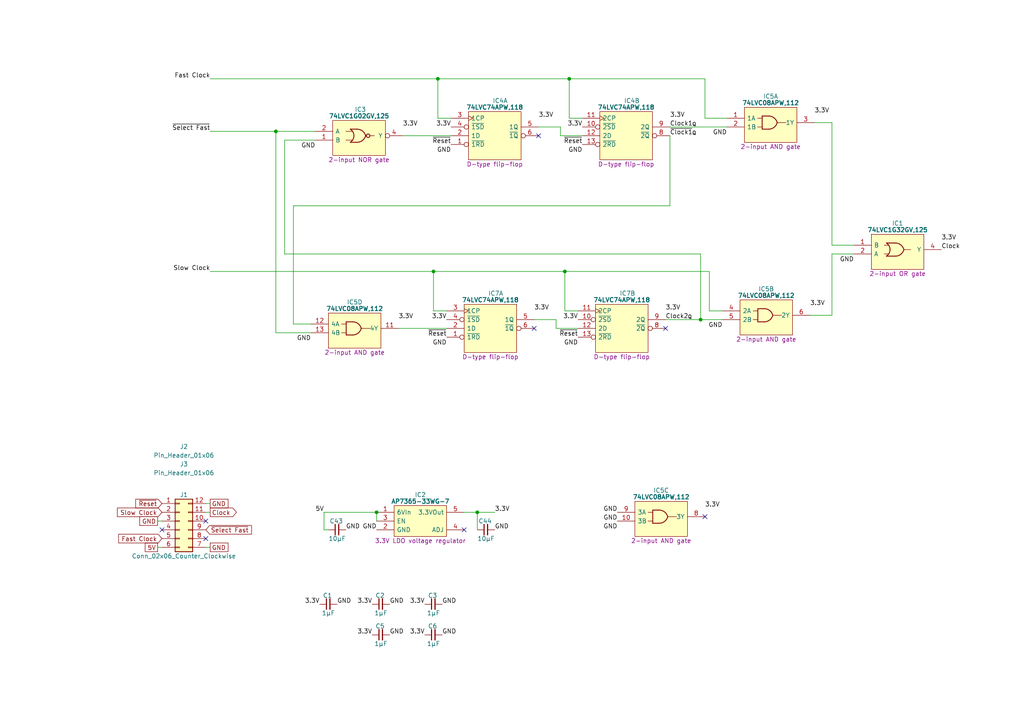
<source format=kicad_sch>
(kicad_sch
	(version 20231120)
	(generator "eeschema")
	(generator_version "8.0")
	(uuid "5ce90b85-49a2-4937-86c7-662b0d6f8431")
	(paper "A4")
	(title_block
		(title "HCP65 Clock Transition")
		(date "2025-01-04")
		(rev "V0")
	)
	(lib_symbols
		(symbol "Connector_Generic:Conn_02x06_Counter_Clockwise"
			(pin_names
				(offset 1.016) hide)
			(exclude_from_sim no)
			(in_bom yes)
			(on_board yes)
			(property "Reference" "J"
				(at 1.27 7.62 0)
				(effects
					(font
						(size 1.27 1.27)
					)
				)
			)
			(property "Value" "Conn_02x06_Counter_Clockwise"
				(at 1.27 -10.16 0)
				(effects
					(font
						(size 1.27 1.27)
					)
				)
			)
			(property "Footprint" ""
				(at 0 0 0)
				(effects
					(font
						(size 1.27 1.27)
					)
					(hide yes)
				)
			)
			(property "Datasheet" "~"
				(at 0 0 0)
				(effects
					(font
						(size 1.27 1.27)
					)
					(hide yes)
				)
			)
			(property "Description" "Generic connector, double row, 02x06, counter clockwise pin numbering scheme (similar to DIP package numbering), script generated (kicad-library-utils/schlib/autogen/connector/)"
				(at 0 0 0)
				(effects
					(font
						(size 1.27 1.27)
					)
					(hide yes)
				)
			)
			(property "ki_keywords" "connector"
				(at 0 0 0)
				(effects
					(font
						(size 1.27 1.27)
					)
					(hide yes)
				)
			)
			(property "ki_fp_filters" "Connector*:*_2x??_*"
				(at 0 0 0)
				(effects
					(font
						(size 1.27 1.27)
					)
					(hide yes)
				)
			)
			(symbol "Conn_02x06_Counter_Clockwise_1_1"
				(rectangle
					(start -1.27 -7.493)
					(end 0 -7.747)
					(stroke
						(width 0.1524)
						(type default)
					)
					(fill
						(type none)
					)
				)
				(rectangle
					(start -1.27 -4.953)
					(end 0 -5.207)
					(stroke
						(width 0.1524)
						(type default)
					)
					(fill
						(type none)
					)
				)
				(rectangle
					(start -1.27 -2.413)
					(end 0 -2.667)
					(stroke
						(width 0.1524)
						(type default)
					)
					(fill
						(type none)
					)
				)
				(rectangle
					(start -1.27 0.127)
					(end 0 -0.127)
					(stroke
						(width 0.1524)
						(type default)
					)
					(fill
						(type none)
					)
				)
				(rectangle
					(start -1.27 2.667)
					(end 0 2.413)
					(stroke
						(width 0.1524)
						(type default)
					)
					(fill
						(type none)
					)
				)
				(rectangle
					(start -1.27 5.207)
					(end 0 4.953)
					(stroke
						(width 0.1524)
						(type default)
					)
					(fill
						(type none)
					)
				)
				(rectangle
					(start -1.27 6.35)
					(end 3.81 -8.89)
					(stroke
						(width 0.254)
						(type default)
					)
					(fill
						(type background)
					)
				)
				(rectangle
					(start 3.81 -7.493)
					(end 2.54 -7.747)
					(stroke
						(width 0.1524)
						(type default)
					)
					(fill
						(type none)
					)
				)
				(rectangle
					(start 3.81 -4.953)
					(end 2.54 -5.207)
					(stroke
						(width 0.1524)
						(type default)
					)
					(fill
						(type none)
					)
				)
				(rectangle
					(start 3.81 -2.413)
					(end 2.54 -2.667)
					(stroke
						(width 0.1524)
						(type default)
					)
					(fill
						(type none)
					)
				)
				(rectangle
					(start 3.81 0.127)
					(end 2.54 -0.127)
					(stroke
						(width 0.1524)
						(type default)
					)
					(fill
						(type none)
					)
				)
				(rectangle
					(start 3.81 2.667)
					(end 2.54 2.413)
					(stroke
						(width 0.1524)
						(type default)
					)
					(fill
						(type none)
					)
				)
				(rectangle
					(start 3.81 5.207)
					(end 2.54 4.953)
					(stroke
						(width 0.1524)
						(type default)
					)
					(fill
						(type none)
					)
				)
				(pin passive line
					(at -5.08 5.08 0)
					(length 3.81)
					(name "Pin_1"
						(effects
							(font
								(size 1.27 1.27)
							)
						)
					)
					(number "1"
						(effects
							(font
								(size 1.27 1.27)
							)
						)
					)
				)
				(pin passive line
					(at 7.62 0 180)
					(length 3.81)
					(name "Pin_10"
						(effects
							(font
								(size 1.27 1.27)
							)
						)
					)
					(number "10"
						(effects
							(font
								(size 1.27 1.27)
							)
						)
					)
				)
				(pin passive line
					(at 7.62 2.54 180)
					(length 3.81)
					(name "Pin_11"
						(effects
							(font
								(size 1.27 1.27)
							)
						)
					)
					(number "11"
						(effects
							(font
								(size 1.27 1.27)
							)
						)
					)
				)
				(pin passive line
					(at 7.62 5.08 180)
					(length 3.81)
					(name "Pin_12"
						(effects
							(font
								(size 1.27 1.27)
							)
						)
					)
					(number "12"
						(effects
							(font
								(size 1.27 1.27)
							)
						)
					)
				)
				(pin passive line
					(at -5.08 2.54 0)
					(length 3.81)
					(name "Pin_2"
						(effects
							(font
								(size 1.27 1.27)
							)
						)
					)
					(number "2"
						(effects
							(font
								(size 1.27 1.27)
							)
						)
					)
				)
				(pin passive line
					(at -5.08 0 0)
					(length 3.81)
					(name "Pin_3"
						(effects
							(font
								(size 1.27 1.27)
							)
						)
					)
					(number "3"
						(effects
							(font
								(size 1.27 1.27)
							)
						)
					)
				)
				(pin passive line
					(at -5.08 -2.54 0)
					(length 3.81)
					(name "Pin_4"
						(effects
							(font
								(size 1.27 1.27)
							)
						)
					)
					(number "4"
						(effects
							(font
								(size 1.27 1.27)
							)
						)
					)
				)
				(pin passive line
					(at -5.08 -5.08 0)
					(length 3.81)
					(name "Pin_5"
						(effects
							(font
								(size 1.27 1.27)
							)
						)
					)
					(number "5"
						(effects
							(font
								(size 1.27 1.27)
							)
						)
					)
				)
				(pin passive line
					(at -5.08 -7.62 0)
					(length 3.81)
					(name "Pin_6"
						(effects
							(font
								(size 1.27 1.27)
							)
						)
					)
					(number "6"
						(effects
							(font
								(size 1.27 1.27)
							)
						)
					)
				)
				(pin passive line
					(at 7.62 -7.62 180)
					(length 3.81)
					(name "Pin_7"
						(effects
							(font
								(size 1.27 1.27)
							)
						)
					)
					(number "7"
						(effects
							(font
								(size 1.27 1.27)
							)
						)
					)
				)
				(pin passive line
					(at 7.62 -5.08 180)
					(length 3.81)
					(name "Pin_8"
						(effects
							(font
								(size 1.27 1.27)
							)
						)
					)
					(number "8"
						(effects
							(font
								(size 1.27 1.27)
							)
						)
					)
				)
				(pin passive line
					(at 7.62 -2.54 180)
					(length 3.81)
					(name "Pin_9"
						(effects
							(font
								(size 1.27 1.27)
							)
						)
					)
					(number "9"
						(effects
							(font
								(size 1.27 1.27)
							)
						)
					)
				)
			)
		)
		(symbol "Diodes_Inc:AP7365-33WG-7"
			(pin_names
				(offset 0.762)
			)
			(exclude_from_sim no)
			(in_bom yes)
			(on_board yes)
			(property "Reference" "IC"
				(at 12.7 5.08 0)
				(effects
					(font
						(size 1.27 1.27)
					)
				)
			)
			(property "Value" "AP7365-33WG-7"
				(at 12.7 3.175 0)
				(effects
					(font
						(size 1.27 1.27)
						(bold yes)
					)
				)
			)
			(property "Footprint" "SamacSys_Parts:SOT95P285X130-5N"
				(at 21.59 -14.605 0)
				(effects
					(font
						(size 1.27 1.27)
					)
					(justify left)
					(hide yes)
				)
			)
			(property "Datasheet" "https://componentsearchengine.com/Datasheets/1/AP7365-33WG-7.pdf"
				(at 21.59 -17.145 0)
				(effects
					(font
						(size 1.27 1.27)
					)
					(justify left)
					(hide yes)
				)
			)
			(property "Description" "3.3V LDO voltage regulator"
				(at 12.7 -8.255 0)
				(effects
					(font
						(size 1.27 1.27)
					)
				)
			)
			(property "Height" "1.3"
				(at 21.59 -19.685 0)
				(effects
					(font
						(size 1.27 1.27)
					)
					(justify left)
					(hide yes)
				)
			)
			(property "Manufacturer_Name" "Diodes Inc."
				(at 21.59 -22.225 0)
				(effects
					(font
						(size 1.27 1.27)
					)
					(justify left)
					(hide yes)
				)
			)
			(property "Manufacturer_Part_Number" "AP7365-33WG-7"
				(at 21.59 -24.765 0)
				(effects
					(font
						(size 1.27 1.27)
					)
					(justify left)
					(hide yes)
				)
			)
			(property "Mouser Part Number" "621-AP7365-33WG-7"
				(at 21.59 -27.305 0)
				(effects
					(font
						(size 1.27 1.27)
					)
					(justify left)
					(hide yes)
				)
			)
			(property "Mouser Price/Stock" "https://www.mouser.co.uk/ProductDetail/Diodes-Incorporated/AP7365-33WG-7?qs=abZ1nkZpTuOZFvxvoFPL0w%3D%3D"
				(at 21.59 -29.845 0)
				(effects
					(font
						(size 1.27 1.27)
					)
					(justify left)
					(hide yes)
				)
			)
			(property "Arrow Part Number" "AP7365-33WG-7"
				(at 21.59 -32.385 0)
				(effects
					(font
						(size 1.27 1.27)
					)
					(justify left)
					(hide yes)
				)
			)
			(property "Arrow Price/Stock" "https://www.arrow.com/en/products/ap7365-33wg-7/diodes-incorporated?region=nac"
				(at 21.59 -34.925 0)
				(effects
					(font
						(size 1.27 1.27)
					)
					(justify left)
					(hide yes)
				)
			)
			(property "Silkscreen" "AP7365"
				(at 21.59 -12.065 0)
				(effects
					(font
						(size 1.27 1.27)
					)
					(justify left)
					(hide yes)
				)
			)
			(symbol "AP7365-33WG-7_0_0"
				(pin passive line
					(at 0 -5.08 0)
					(length 5.08)
					(name "GND"
						(effects
							(font
								(size 1.27 1.27)
							)
						)
					)
					(number "2"
						(effects
							(font
								(size 1.27 1.27)
							)
						)
					)
				)
				(pin input line
					(at 0 -2.54 0)
					(length 5.08)
					(name "EN"
						(effects
							(font
								(size 1.27 1.27)
							)
						)
					)
					(number "3"
						(effects
							(font
								(size 1.27 1.27)
							)
						)
					)
				)
				(pin passive line
					(at 25.4 -5.08 180)
					(length 5.08)
					(name "ADJ"
						(effects
							(font
								(size 1.27 1.27)
							)
						)
					)
					(number "4"
						(effects
							(font
								(size 1.27 1.27)
							)
						)
					)
				)
			)
			(symbol "AP7365-33WG-7_0_1"
				(polyline
					(pts
						(xy 5.08 1.905) (xy 20.32 1.905) (xy 20.32 -6.985) (xy 5.08 -6.985) (xy 5.08 1.905)
					)
					(stroke
						(width 0)
						(type default)
					)
					(fill
						(type background)
					)
				)
			)
			(symbol "AP7365-33WG-7_1_0"
				(pin passive line
					(at 0 0 0)
					(length 5.08)
					(name "6VIn"
						(effects
							(font
								(size 1.27 1.27)
							)
						)
					)
					(number "1"
						(effects
							(font
								(size 1.27 1.27)
							)
						)
					)
				)
				(pin passive line
					(at 25.4 0 180)
					(length 5.08)
					(name "3.3VOut"
						(effects
							(font
								(size 1.27 1.27)
							)
						)
					)
					(number "5"
						(effects
							(font
								(size 1.27 1.27)
							)
						)
					)
				)
			)
		)
		(symbol "HCP65:C_0805"
			(pin_numbers hide)
			(pin_names
				(offset 0.254) hide)
			(exclude_from_sim no)
			(in_bom yes)
			(on_board yes)
			(property "Reference" "C"
				(at 2.286 2.54 0)
				(effects
					(font
						(size 1.27 1.27)
					)
				)
			)
			(property "Value" "?μF"
				(at 2.54 -2.54 0)
				(effects
					(font
						(size 1.27 1.27)
					)
				)
			)
			(property "Footprint" "SamacSys_Parts:C_0805"
				(at 16.764 -7.62 0)
				(effects
					(font
						(size 1.27 1.27)
					)
					(hide yes)
				)
			)
			(property "Datasheet" ""
				(at 2.2225 0.3175 90)
				(effects
					(font
						(size 1.27 1.27)
					)
					(hide yes)
				)
			)
			(property "Description" ""
				(at 0 0 0)
				(effects
					(font
						(size 1.27 1.27)
					)
					(hide yes)
				)
			)
			(property "ki_keywords" "capacitor cap"
				(at 0 0 0)
				(effects
					(font
						(size 1.27 1.27)
					)
					(hide yes)
				)
			)
			(property "ki_fp_filters" "C_*"
				(at 0 0 0)
				(effects
					(font
						(size 1.27 1.27)
					)
					(hide yes)
				)
			)
			(symbol "C_0805_0_1"
				(polyline
					(pts
						(xy 1.9685 -1.4605) (xy 1.9685 1.5875)
					)
					(stroke
						(width 0.3048)
						(type default)
					)
					(fill
						(type none)
					)
				)
				(polyline
					(pts
						(xy 2.9845 -1.4605) (xy 2.9845 1.5875)
					)
					(stroke
						(width 0.3302)
						(type default)
					)
					(fill
						(type none)
					)
				)
			)
			(symbol "C_0805_1_1"
				(pin passive line
					(at 0 0 0)
					(length 2.032)
					(name "~"
						(effects
							(font
								(size 1.27 1.27)
							)
						)
					)
					(number "1"
						(effects
							(font
								(size 1.27 1.27)
							)
						)
					)
				)
				(pin passive line
					(at 5.08 0 180)
					(length 2.032)
					(name "~"
						(effects
							(font
								(size 1.27 1.27)
							)
						)
					)
					(number "2"
						(effects
							(font
								(size 1.27 1.27)
							)
						)
					)
				)
			)
		)
		(symbol "HCP65:Pin_Header_01x32"
			(pin_names
				(offset 1.016) hide)
			(exclude_from_sim no)
			(in_bom yes)
			(on_board yes)
			(property "Reference" "J"
				(at 0 1.27 0)
				(effects
					(font
						(size 1.27 1.27)
					)
				)
			)
			(property "Value" "Pin_Header_01x32"
				(at 0 -1.27 0)
				(effects
					(font
						(size 1.27 1.27)
					)
				)
			)
			(property "Footprint" "SamacSys_Parts:PinHeader_1x32_P2.54mm_Vertical"
				(at 0 -3.81 0)
				(effects
					(font
						(size 1.27 1.27)
					)
					(hide yes)
				)
			)
			(property "Datasheet" "~"
				(at -5.08 0 0)
				(effects
					(font
						(size 1.27 1.27)
					)
					(hide yes)
				)
			)
			(property "Description" ""
				(at 0 0 0)
				(effects
					(font
						(size 1.27 1.27)
					)
					(hide yes)
				)
			)
			(property "ki_fp_filters" "Connector*:*_1x??_*"
				(at 0 0 0)
				(effects
					(font
						(size 1.27 1.27)
					)
					(hide yes)
				)
			)
		)
		(symbol "Nexperia:74LVC08APW,112_Multi"
			(pin_names
				(offset 0.762)
			)
			(exclude_from_sim no)
			(in_bom yes)
			(on_board yes)
			(property "Reference" "IC"
				(at 12.7 6.35 0)
				(effects
					(font
						(size 1.27 1.27)
					)
				)
			)
			(property "Value" "74LVC08APW,112"
				(at 12.7 4.445 0)
				(effects
					(font
						(size 1.27 1.27)
						(bold yes)
					)
				)
			)
			(property "Footprint" "SamacSys_Parts:SOP65P640X110-14N"
				(at 30.48 -31.115 0)
				(effects
					(font
						(size 1.27 1.27)
					)
					(justify left)
					(hide yes)
				)
			)
			(property "Datasheet" "https://assets.nexperia.com/documents/data-sheet/74LVC08A.pdf"
				(at 30.48 -33.655 0)
				(effects
					(font
						(size 1.27 1.27)
					)
					(justify left)
					(hide yes)
				)
			)
			(property "Description" "2-input AND gate"
				(at 12.7 -8.255 0)
				(effects
					(font
						(size 1.27 1.27)
					)
				)
			)
			(property "Height" "1.1"
				(at 30.48 -36.195 0)
				(effects
					(font
						(size 1.27 1.27)
					)
					(justify left)
					(hide yes)
				)
			)
			(property "Manufacturer_Name" "Nexperia"
				(at 30.48 -38.735 0)
				(effects
					(font
						(size 1.27 1.27)
					)
					(justify left)
					(hide yes)
				)
			)
			(property "Manufacturer_Part_Number" "74LVC08APW,112"
				(at 30.48 -41.275 0)
				(effects
					(font
						(size 1.27 1.27)
					)
					(justify left)
					(hide yes)
				)
			)
			(property "Mouser Part Number" "771-74LVC08APW"
				(at 30.48 -43.815 0)
				(effects
					(font
						(size 1.27 1.27)
					)
					(justify left)
					(hide yes)
				)
			)
			(property "Mouser Price/Stock" "https://www.mouser.com/Search/Refine.aspx?Keyword=771-74LVC08APW"
				(at 30.48 -46.355 0)
				(effects
					(font
						(size 1.27 1.27)
					)
					(justify left)
					(hide yes)
				)
			)
			(property "Silkscreen" "74LVC08"
				(at 12.7 -10.16 0)
				(effects
					(font
						(size 1.27 1.27)
					)
					(hide yes)
				)
			)
			(symbol "74LVC08APW,112_Multi_0_0"
				(pin passive line
					(at 25.4 1.27 180)
					(length 5.08) hide
					(name "3V"
						(effects
							(font
								(size 1.27 1.27)
							)
						)
					)
					(number "14"
						(effects
							(font
								(size 1.27 1.27)
							)
						)
					)
				)
				(pin passive line
					(at 0 -5.08 0)
					(length 5.08) hide
					(name "GND"
						(effects
							(font
								(size 1.27 1.27)
							)
						)
					)
					(number "7"
						(effects
							(font
								(size 1.27 1.27)
							)
						)
					)
				)
			)
			(symbol "74LVC08APW,112_Multi_0_1"
				(polyline
					(pts
						(xy 8.89 -2.54) (xy 10.1599 -2.54)
					)
					(stroke
						(width 0)
						(type default)
					)
					(fill
						(type none)
					)
				)
				(polyline
					(pts
						(xy 8.89 0) (xy 10.1599 0)
					)
					(stroke
						(width 0)
						(type default)
					)
					(fill
						(type none)
					)
				)
				(polyline
					(pts
						(xy 10.248 0.635) (xy 10.248 -3.175)
					)
					(stroke
						(width 0.254)
						(type default)
					)
					(fill
						(type background)
					)
				)
				(polyline
					(pts
						(xy 12.065 -3.175) (xy 10.248 -3.175)
					)
					(stroke
						(width 0.254)
						(type default)
					)
					(fill
						(type background)
					)
				)
				(polyline
					(pts
						(xy 12.065 0.635) (xy 10.248 0.635)
					)
					(stroke
						(width 0.254)
						(type default)
					)
					(fill
						(type background)
					)
				)
				(polyline
					(pts
						(xy 14.605 -1.27) (xy 17.145 -1.27)
					)
					(stroke
						(width 0)
						(type default)
					)
					(fill
						(type none)
					)
				)
				(polyline
					(pts
						(xy 5.08 3.175) (xy 20.32 3.175) (xy 20.32 -6.985) (xy 5.08 -6.985) (xy 5.08 3.175)
					)
					(stroke
						(width 0.1524)
						(type default)
					)
					(fill
						(type background)
					)
				)
				(arc
					(start 12.065 -3.175)
					(mid 13.6634 -2.6604)
					(end 14.605 -1.27)
					(stroke
						(width 0.254)
						(type default)
					)
					(fill
						(type none)
					)
				)
				(arc
					(start 14.605 -1.27)
					(mid 13.6646 0.122)
					(end 12.065 0.635)
					(stroke
						(width 0.254)
						(type default)
					)
					(fill
						(type none)
					)
				)
			)
			(symbol "74LVC08APW,112_Multi_1_0"
				(pin input line
					(at 0 0 0)
					(length 5.08)
					(name "1A"
						(effects
							(font
								(size 1.27 1.27)
							)
						)
					)
					(number "1"
						(effects
							(font
								(size 1.27 1.27)
							)
						)
					)
				)
				(pin input line
					(at 0 -2.54 0)
					(length 5.08)
					(name "1B"
						(effects
							(font
								(size 1.27 1.27)
							)
						)
					)
					(number "2"
						(effects
							(font
								(size 1.27 1.27)
							)
						)
					)
				)
				(pin passive line
					(at 25.4 -1.27 180)
					(length 5.08)
					(name "1Y"
						(effects
							(font
								(size 1.27 1.27)
							)
						)
					)
					(number "3"
						(effects
							(font
								(size 1.27 1.27)
							)
						)
					)
				)
			)
			(symbol "74LVC08APW,112_Multi_2_0"
				(pin input line
					(at 0 0 0)
					(length 5.08)
					(name "2A"
						(effects
							(font
								(size 1.27 1.27)
							)
						)
					)
					(number "4"
						(effects
							(font
								(size 1.27 1.27)
							)
						)
					)
				)
				(pin input line
					(at 0 -2.54 0)
					(length 5.08)
					(name "2B"
						(effects
							(font
								(size 1.27 1.27)
							)
						)
					)
					(number "5"
						(effects
							(font
								(size 1.27 1.27)
							)
						)
					)
				)
				(pin output line
					(at 25.4 -1.27 180)
					(length 5.08)
					(name "2Y"
						(effects
							(font
								(size 1.27 1.27)
							)
						)
					)
					(number "6"
						(effects
							(font
								(size 1.27 1.27)
							)
						)
					)
				)
			)
			(symbol "74LVC08APW,112_Multi_3_0"
				(pin input line
					(at 0 -2.54 0)
					(length 5.08)
					(name "3B"
						(effects
							(font
								(size 1.27 1.27)
							)
						)
					)
					(number "10"
						(effects
							(font
								(size 1.27 1.27)
							)
						)
					)
				)
				(pin output line
					(at 25.4 -1.27 180)
					(length 5.08)
					(name "3Y"
						(effects
							(font
								(size 1.27 1.27)
							)
						)
					)
					(number "8"
						(effects
							(font
								(size 1.27 1.27)
							)
						)
					)
				)
				(pin input line
					(at 0 0 0)
					(length 5.08)
					(name "3A"
						(effects
							(font
								(size 1.27 1.27)
							)
						)
					)
					(number "9"
						(effects
							(font
								(size 1.27 1.27)
							)
						)
					)
				)
			)
			(symbol "74LVC08APW,112_Multi_4_0"
				(pin output line
					(at 25.4 -1.27 180)
					(length 5.08)
					(name "4Y"
						(effects
							(font
								(size 1.27 1.27)
							)
						)
					)
					(number "11"
						(effects
							(font
								(size 1.27 1.27)
							)
						)
					)
				)
				(pin input line
					(at 0 0 0)
					(length 5.08)
					(name "4A"
						(effects
							(font
								(size 1.27 1.27)
							)
						)
					)
					(number "12"
						(effects
							(font
								(size 1.27 1.27)
							)
						)
					)
				)
				(pin input line
					(at 0 -2.54 0)
					(length 5.08)
					(name "4B"
						(effects
							(font
								(size 1.27 1.27)
							)
						)
					)
					(number "13"
						(effects
							(font
								(size 1.27 1.27)
							)
						)
					)
				)
			)
		)
		(symbol "Nexperia:74LVC1G02GV,125"
			(pin_names
				(offset 0.762)
			)
			(exclude_from_sim no)
			(in_bom yes)
			(on_board yes)
			(property "Reference" "IC"
				(at 11.43 6.35 0)
				(effects
					(font
						(size 1.27 1.27)
					)
					(justify left)
				)
			)
			(property "Value" "74LVC1G02GV,125"
				(at 3.81 4.445 0)
				(effects
					(font
						(size 1.27 1.27)
						(bold yes)
					)
					(justify left)
				)
			)
			(property "Footprint" "SamacSys_Parts:SOT95P275X110-5N"
				(at 21.59 -16.51 0)
				(effects
					(font
						(size 1.27 1.27)
					)
					(justify left)
					(hide yes)
				)
			)
			(property "Datasheet" "https://assets.nexperia.com/documents/data-sheet/74LVC1G02.pdf"
				(at 21.59 -19.05 0)
				(effects
					(font
						(size 1.27 1.27)
					)
					(justify left)
					(hide yes)
				)
			)
			(property "Description" "2-input NOR gate"
				(at 3.81 -8.255 0)
				(effects
					(font
						(size 1.27 1.27)
					)
					(justify left)
				)
			)
			(property "Height" "1.1"
				(at 21.59 -24.13 0)
				(effects
					(font
						(size 1.27 1.27)
					)
					(justify left)
					(hide yes)
				)
			)
			(property "Manufacturer_Name" "Nexperia"
				(at 21.59 -26.67 0)
				(effects
					(font
						(size 1.27 1.27)
					)
					(justify left)
					(hide yes)
				)
			)
			(property "Manufacturer_Part_Number" "74LVC1G02GV,125"
				(at 21.59 -29.21 0)
				(effects
					(font
						(size 1.27 1.27)
					)
					(justify left)
					(hide yes)
				)
			)
			(property "Mouser Part Number" "771-LVC1G02GV125"
				(at 21.59 -31.75 0)
				(effects
					(font
						(size 1.27 1.27)
					)
					(justify left)
					(hide yes)
				)
			)
			(property "Mouser Price/Stock" "https://www.mouser.co.uk/ProductDetail/Nexperia/74LVC1G02GV125?qs=me8TqzrmIYX6GMf4PLx9gg%3D%3D"
				(at 21.59 -34.29 0)
				(effects
					(font
						(size 1.27 1.27)
					)
					(justify left)
					(hide yes)
				)
			)
			(property "Silkscreen" "'1G02"
				(at 12.7 -10.795 0)
				(effects
					(font
						(size 1.27 1.27)
					)
					(hide yes)
				)
			)
			(property "Garbage" "74LVC1G02 - Single 2-input NOR gate@en-us"
				(at 0 0 0)
				(effects
					(font
						(size 1.27 1.27)
					)
					(hide yes)
				)
			)
			(symbol "74LVC1G02GV,125_0_0"
				(pin input line
					(at 0 -2.54 0)
					(length 5.08)
					(name "B"
						(effects
							(font
								(size 1.27 1.27)
							)
						)
					)
					(number "1"
						(effects
							(font
								(size 1.27 1.27)
							)
						)
					)
				)
				(pin input line
					(at 0 0 0)
					(length 5.08)
					(name "A"
						(effects
							(font
								(size 1.27 1.27)
							)
						)
					)
					(number "2"
						(effects
							(font
								(size 1.27 1.27)
							)
						)
					)
				)
				(pin passive line
					(at 0 -5.08 0)
					(length 5.08) hide
					(name "GND"
						(effects
							(font
								(size 1.27 1.27)
							)
						)
					)
					(number "3"
						(effects
							(font
								(size 1.27 1.27)
							)
						)
					)
				)
				(pin output inverted
					(at 25.4 -1.27 180)
					(length 5.08)
					(name "Y"
						(effects
							(font
								(size 1.27 1.27)
							)
						)
					)
					(number "4"
						(effects
							(font
								(size 1.27 1.27)
							)
						)
					)
				)
				(pin passive line
					(at 25.4 1.27 180)
					(length 5.08) hide
					(name "3V"
						(effects
							(font
								(size 1.27 1.27)
							)
						)
					)
					(number "5"
						(effects
							(font
								(size 1.27 1.27)
							)
						)
					)
				)
			)
			(symbol "74LVC1G02GV,125_0_1"
				(polyline
					(pts
						(xy 8.89 -2.54) (xy 10.795 -2.54)
					)
					(stroke
						(width 0)
						(type default)
					)
					(fill
						(type none)
					)
				)
				(polyline
					(pts
						(xy 8.89 0) (xy 10.795 0)
					)
					(stroke
						(width 0)
						(type default)
					)
					(fill
						(type none)
					)
				)
				(polyline
					(pts
						(xy 12.065 -3.175) (xy 10.16 -3.175)
					)
					(stroke
						(width 0.254)
						(type default)
					)
					(fill
						(type background)
					)
				)
				(polyline
					(pts
						(xy 12.065 0.635) (xy 10.16 0.635)
					)
					(stroke
						(width 0.254)
						(type default)
					)
					(fill
						(type background)
					)
				)
				(polyline
					(pts
						(xy 15.963 -1.27) (xy 17.145 -1.27)
					)
					(stroke
						(width 0)
						(type default)
					)
					(fill
						(type none)
					)
				)
				(polyline
					(pts
						(xy 5.08 3.175) (xy 20.32 3.175) (xy 20.32 -6.985) (xy 5.08 -6.985) (xy 5.08 3.175)
					)
					(stroke
						(width 0.1524)
						(type default)
					)
					(fill
						(type background)
					)
				)
				(arc
					(start 10.16 -3.175)
					(mid 11.2106 -1.27)
					(end 10.16 0.635)
					(stroke
						(width 0.254)
						(type default)
					)
					(fill
						(type none)
					)
				)
				(arc
					(start 12.065 -3.175)
					(mid 13.6634 -2.6604)
					(end 14.605 -1.27)
					(stroke
						(width 0.254)
						(type default)
					)
					(fill
						(type none)
					)
				)
				(arc
					(start 14.605 -1.27)
					(mid 13.6641 0.1213)
					(end 12.065 0.635)
					(stroke
						(width 0.254)
						(type default)
					)
					(fill
						(type none)
					)
				)
				(circle
					(center 15.328 -1.27)
					(radius 0.508)
					(stroke
						(width 0.254)
						(type default)
					)
					(fill
						(type none)
					)
				)
			)
		)
		(symbol "Nexperia:74LVC1G32GV,125"
			(pin_names
				(offset 0.762)
			)
			(exclude_from_sim no)
			(in_bom yes)
			(on_board yes)
			(property "Reference" "IC"
				(at 12.7 6.35 0)
				(effects
					(font
						(size 1.27 1.27)
					)
				)
			)
			(property "Value" "74LVC1G32GV,125"
				(at 12.7 4.445 0)
				(effects
					(font
						(size 1.27 1.27)
						(bold yes)
					)
				)
			)
			(property "Footprint" "SamacSys_Parts:SOT95P275X110-5N"
				(at 22.225 -10.795 0)
				(effects
					(font
						(size 1.27 1.27)
					)
					(justify left)
					(hide yes)
				)
			)
			(property "Datasheet" "https://assets.nexperia.com/documents/data-sheet/74LVC1G32.pdf"
				(at 22.225 -13.335 0)
				(effects
					(font
						(size 1.27 1.27)
					)
					(justify left)
					(hide yes)
				)
			)
			(property "Description" "2-input OR gate"
				(at 12.7 -8.255 0)
				(effects
					(font
						(size 1.27 1.27)
					)
				)
			)
			(property "Height" "1.1"
				(at 22.225 -18.415 0)
				(effects
					(font
						(size 1.27 1.27)
					)
					(justify left)
					(hide yes)
				)
			)
			(property "Manufacturer_Name" "Nexperia"
				(at 22.225 -20.955 0)
				(effects
					(font
						(size 1.27 1.27)
					)
					(justify left)
					(hide yes)
				)
			)
			(property "Manufacturer_Part_Number" "74LVC1G32GV,125"
				(at 22.225 -23.495 0)
				(effects
					(font
						(size 1.27 1.27)
					)
					(justify left)
					(hide yes)
				)
			)
			(property "Mouser Part Number" "771-LVC1G32GV125"
				(at 22.225 -26.035 0)
				(effects
					(font
						(size 1.27 1.27)
					)
					(justify left)
					(hide yes)
				)
			)
			(property "Mouser Price/Stock" "https://www.mouser.co.uk/ProductDetail/Nexperia/74LVC1G32GV125?qs=me8TqzrmIYXExQH4V9SARg%3D%3D"
				(at 22.225 -28.575 0)
				(effects
					(font
						(size 1.27 1.27)
					)
					(justify left)
					(hide yes)
				)
			)
			(property "Silkscreen" "'1G32"
				(at 12.7 -10.795 0)
				(effects
					(font
						(size 1.27 1.27)
					)
					(hide yes)
				)
			)
			(property "Garbage" "NEXPERIA - 74LVC1G32GV,125 - OR GATE, SINGLE, 2 I/P, SC-74A-5"
				(at 0 0 0)
				(effects
					(font
						(size 1.27 1.27)
					)
					(hide yes)
				)
			)
			(symbol "74LVC1G32GV,125_0_0"
				(pin input line
					(at 0 0 0)
					(length 5.08)
					(name "B"
						(effects
							(font
								(size 1.27 1.27)
							)
						)
					)
					(number "1"
						(effects
							(font
								(size 1.27 1.27)
							)
						)
					)
				)
				(pin input line
					(at 0 -2.54 0)
					(length 5.08)
					(name "A"
						(effects
							(font
								(size 1.27 1.27)
							)
						)
					)
					(number "2"
						(effects
							(font
								(size 1.27 1.27)
							)
						)
					)
				)
				(pin passive line
					(at 0 -5.08 0)
					(length 5.08) hide
					(name "GND"
						(effects
							(font
								(size 1.27 1.27)
							)
						)
					)
					(number "3"
						(effects
							(font
								(size 1.27 1.27)
							)
						)
					)
				)
				(pin output line
					(at 25.4 -1.27 180)
					(length 5.08)
					(name "Y"
						(effects
							(font
								(size 1.27 1.27)
							)
						)
					)
					(number "4"
						(effects
							(font
								(size 1.27 1.27)
							)
						)
					)
				)
				(pin passive line
					(at 25.4 1.27 180)
					(length 5.08) hide
					(name "3V"
						(effects
							(font
								(size 1.27 1.27)
							)
						)
					)
					(number "5"
						(effects
							(font
								(size 1.27 1.27)
							)
						)
					)
				)
			)
			(symbol "74LVC1G32GV,125_0_1"
				(polyline
					(pts
						(xy 8.802 -2.54) (xy 10.0719 -2.54)
					)
					(stroke
						(width 0)
						(type default)
					)
					(fill
						(type none)
					)
				)
				(polyline
					(pts
						(xy 8.802 0) (xy 10.0719 0)
					)
					(stroke
						(width 0)
						(type default)
					)
					(fill
						(type none)
					)
				)
				(polyline
					(pts
						(xy 11.977 -3.175) (xy 9.437 -3.175)
					)
					(stroke
						(width 0.254)
						(type default)
					)
					(fill
						(type background)
					)
				)
				(polyline
					(pts
						(xy 11.977 0.635) (xy 9.437 0.635)
					)
					(stroke
						(width 0.254)
						(type default)
					)
					(fill
						(type background)
					)
				)
				(polyline
					(pts
						(xy 14.605 -1.27) (xy 16.51 -1.27)
					)
					(stroke
						(width 0)
						(type default)
					)
					(fill
						(type none)
					)
				)
				(polyline
					(pts
						(xy 5.08 3.175) (xy 20.32 3.175) (xy 20.32 -6.985) (xy 5.08 -6.985) (xy 5.08 3.175)
					)
					(stroke
						(width 0.1524)
						(type default)
					)
					(fill
						(type background)
					)
				)
				(arc
					(start 9.437 -3.175)
					(mid 10.4969 -1.27)
					(end 9.437 0.635)
					(stroke
						(width 0.254)
						(type default)
					)
					(fill
						(type none)
					)
				)
				(arc
					(start 11.977 -3.175)
					(mid 13.5751 -2.6601)
					(end 14.517 -1.27)
					(stroke
						(width 0.254)
						(type default)
					)
					(fill
						(type none)
					)
				)
				(arc
					(start 14.517 -1.27)
					(mid 13.5761 0.1213)
					(end 11.977 0.635)
					(stroke
						(width 0.254)
						(type default)
					)
					(fill
						(type none)
					)
				)
			)
		)
		(symbol "Nexperia:74LVC74APW,118_Multi"
			(pin_names
				(offset 0.762)
			)
			(exclude_from_sim no)
			(in_bom yes)
			(on_board yes)
			(property "Reference" "IC"
				(at 12.065 5.08 0)
				(effects
					(font
						(size 1.27 1.27)
					)
					(justify left)
				)
			)
			(property "Value" "74LVC74APW,118"
				(at 12.7 3.175 0)
				(effects
					(font
						(size 1.27 1.27)
						(bold yes)
					)
				)
			)
			(property "Footprint" "SamacSys_Parts:SOP65P640X110-14N"
				(at 24.765 -25.4 0)
				(effects
					(font
						(size 1.27 1.27)
					)
					(justify left)
					(hide yes)
				)
			)
			(property "Datasheet" "https://assets.nexperia.com/documents/data-sheet/74LVC74A.pdf"
				(at 24.765 -27.94 0)
				(effects
					(font
						(size 1.27 1.27)
					)
					(justify left)
					(hide yes)
				)
			)
			(property "Description" "D-type flip-flop"
				(at 12.7 -13.335 0)
				(effects
					(font
						(size 1.27 1.27)
					)
				)
			)
			(property "Height" "1.1"
				(at 24.765 -33.02 0)
				(effects
					(font
						(size 1.27 1.27)
					)
					(justify left)
					(hide yes)
				)
			)
			(property "Mouser Part Number" "771-74LVC74APW-T"
				(at 24.765 -35.56 0)
				(effects
					(font
						(size 1.27 1.27)
					)
					(justify left)
					(hide yes)
				)
			)
			(property "Mouser Price/Stock" "https://www.mouser.co.uk/ProductDetail/Nexperia/74LVC74APW118?qs=me8TqzrmIYVtXwVfet0lzw%3D%3D"
				(at 24.765 -38.1 0)
				(effects
					(font
						(size 1.27 1.27)
					)
					(justify left)
					(hide yes)
				)
			)
			(property "Manufacturer_Name" "Nexperia"
				(at 24.765 -40.64 0)
				(effects
					(font
						(size 1.27 1.27)
					)
					(justify left)
					(hide yes)
				)
			)
			(property "Manufacturer_Part_Number" "74LVC74APW,118"
				(at 24.765 -43.18 0)
				(effects
					(font
						(size 1.27 1.27)
					)
					(justify left)
					(hide yes)
				)
			)
			(property "Silkscreen" "74LVC74"
				(at 12.7 -15.875 0)
				(effects
					(font
						(size 1.27 1.27)
					)
					(hide yes)
				)
			)
			(property "Garbage" "74LVC74A - Dual D-type flip-flop with set and reset; positive-edge trigger@en-us"
				(at 0 0 0)
				(effects
					(font
						(size 1.27 1.27)
					)
					(hide yes)
				)
			)
			(symbol "74LVC74APW,118_Multi_0_0"
				(pin passive line
					(at 25.4 0 180)
					(length 5.08) hide
					(name "3V"
						(effects
							(font
								(size 1.27 1.27)
							)
						)
					)
					(number "14"
						(effects
							(font
								(size 1.27 1.27)
							)
						)
					)
				)
				(pin passive line
					(at 0 -10.16 0)
					(length 5.08) hide
					(name "GND"
						(effects
							(font
								(size 1.27 1.27)
							)
						)
					)
					(number "7"
						(effects
							(font
								(size 1.27 1.27)
							)
						)
					)
				)
			)
			(symbol "74LVC74APW,118_Multi_0_1"
				(polyline
					(pts
						(xy 5.08 1.905) (xy 20.32 1.905) (xy 20.32 -12.065) (xy 5.08 -12.065) (xy 5.08 1.905)
					)
					(stroke
						(width 0.1524)
						(type default)
					)
					(fill
						(type background)
					)
				)
			)
			(symbol "74LVC74APW,118_Multi_1_0"
				(pin input inverted
					(at 0 -7.62 0)
					(length 5.08)
					(name "~{1RD}"
						(effects
							(font
								(size 1.27 1.27)
							)
						)
					)
					(number "1"
						(effects
							(font
								(size 1.27 1.27)
							)
						)
					)
				)
				(pin input line
					(at 0 -5.08 0)
					(length 5.08)
					(name "1D"
						(effects
							(font
								(size 1.27 1.27)
							)
						)
					)
					(number "2"
						(effects
							(font
								(size 1.27 1.27)
							)
						)
					)
				)
				(pin input clock
					(at 0 0 0)
					(length 5.08)
					(name "1CP"
						(effects
							(font
								(size 1.27 1.27)
							)
						)
					)
					(number "3"
						(effects
							(font
								(size 1.27 1.27)
							)
						)
					)
				)
				(pin input inverted
					(at 0 -2.54 0)
					(length 5.08)
					(name "~{1SD}"
						(effects
							(font
								(size 1.27 1.27)
							)
						)
					)
					(number "4"
						(effects
							(font
								(size 1.27 1.27)
							)
						)
					)
				)
				(pin output line
					(at 25.4 -2.54 180)
					(length 5.08)
					(name "1Q"
						(effects
							(font
								(size 1.27 1.27)
							)
						)
					)
					(number "5"
						(effects
							(font
								(size 1.27 1.27)
							)
						)
					)
				)
				(pin output inverted
					(at 25.4 -5.08 180)
					(length 5.08)
					(name "~{1Q}"
						(effects
							(font
								(size 1.27 1.27)
							)
						)
					)
					(number "6"
						(effects
							(font
								(size 1.27 1.27)
							)
						)
					)
				)
			)
			(symbol "74LVC74APW,118_Multi_2_0"
				(pin input inverted
					(at 0 -2.54 0)
					(length 5.08)
					(name "~{2SD}"
						(effects
							(font
								(size 1.27 1.27)
							)
						)
					)
					(number "10"
						(effects
							(font
								(size 1.27 1.27)
							)
						)
					)
				)
				(pin input clock
					(at 0 0 0)
					(length 5.08)
					(name "2CP"
						(effects
							(font
								(size 1.27 1.27)
							)
						)
					)
					(number "11"
						(effects
							(font
								(size 1.27 1.27)
							)
						)
					)
				)
				(pin input line
					(at 0 -5.08 0)
					(length 5.08)
					(name "2D"
						(effects
							(font
								(size 1.27 1.27)
							)
						)
					)
					(number "12"
						(effects
							(font
								(size 1.27 1.27)
							)
						)
					)
				)
				(pin input inverted
					(at 0 -7.62 0)
					(length 5.08)
					(name "~{2RD}"
						(effects
							(font
								(size 1.27 1.27)
							)
						)
					)
					(number "13"
						(effects
							(font
								(size 1.27 1.27)
							)
						)
					)
				)
				(pin output inverted
					(at 25.4 -5.08 180)
					(length 5.08)
					(name "~{2Q}"
						(effects
							(font
								(size 1.27 1.27)
							)
						)
					)
					(number "8"
						(effects
							(font
								(size 1.27 1.27)
							)
						)
					)
				)
				(pin output line
					(at 25.4 -2.54 180)
					(length 5.08)
					(name "2Q"
						(effects
							(font
								(size 1.27 1.27)
							)
						)
					)
					(number "9"
						(effects
							(font
								(size 1.27 1.27)
							)
						)
					)
				)
			)
		)
	)
	(junction
		(at 163.83 78.74)
		(diameter 0)
		(color 0 0 0 0)
		(uuid "0918cafa-2143-462a-a730-e1784a95edb9")
	)
	(junction
		(at 203.2 92.71)
		(diameter 0)
		(color 0 0 0 0)
		(uuid "31009e07-0564-4f17-8dd8-1a3bf32173ab")
	)
	(junction
		(at 165.1 22.86)
		(diameter 0)
		(color 0 0 0 0)
		(uuid "3742c0b9-397c-4172-830e-19fa56c8a9e1")
	)
	(junction
		(at 80.01 38.1)
		(diameter 0)
		(color 0 0 0 0)
		(uuid "377f7a51-0a4d-4bf0-92a7-0a4b7f66807b")
	)
	(junction
		(at 125.73 78.74)
		(diameter 0)
		(color 0 0 0 0)
		(uuid "a8ebc4f1-1904-4aaf-822d-dc73f7adcef0")
	)
	(junction
		(at 109.22 148.59)
		(diameter 0)
		(color 0 0 0 0)
		(uuid "af922d36-9d62-48c6-b790-78df7c3b2ffd")
	)
	(junction
		(at 127 22.86)
		(diameter 0)
		(color 0 0 0 0)
		(uuid "c40f4a38-df61-441b-a357-76757327db13")
	)
	(junction
		(at 138.43 148.59)
		(diameter 0)
		(color 0 0 0 0)
		(uuid "f858ef2f-0215-4556-a517-27b0e19f2520")
	)
	(no_connect
		(at 156.21 39.37)
		(uuid "905fc272-a11b-4e0c-8866-f08d9173a955")
	)
	(no_connect
		(at 134.62 153.67)
		(uuid "96da3a6d-9eab-458e-8680-0e9fce4342d0")
	)
	(no_connect
		(at 46.99 153.67)
		(uuid "98c8da32-8b97-4638-9a96-ffbce9b872e4")
	)
	(no_connect
		(at 59.69 151.13)
		(uuid "a2af28fb-c746-4c24-b22e-dafdd1c34ee8")
	)
	(no_connect
		(at 154.94 95.25)
		(uuid "b9bdf897-5c9c-42c8-86df-8afb1b032e4a")
	)
	(no_connect
		(at 193.04 95.25)
		(uuid "e7c41ce0-91a1-47da-bbf7-338be88170f8")
	)
	(no_connect
		(at 59.69 156.21)
		(uuid "f0454bfa-21b9-47e0-8f08-35a6a5f151bb")
	)
	(no_connect
		(at 204.47 149.86)
		(uuid "f4812c46-03a4-404f-b51e-89af3671a5a6")
	)
	(wire
		(pts
			(xy 241.3 91.44) (xy 234.95 91.44)
		)
		(stroke
			(width 0)
			(type default)
		)
		(uuid "01c6e6fb-f252-4395-85f6-9cdb62db686d")
	)
	(wire
		(pts
			(xy 156.21 36.83) (xy 162.56 36.83)
		)
		(stroke
			(width 0)
			(type default)
		)
		(uuid "025aba5f-d811-49a1-9e2a-19cbb20da48e")
	)
	(wire
		(pts
			(xy 161.29 92.71) (xy 161.29 95.25)
		)
		(stroke
			(width 0)
			(type default)
		)
		(uuid "090ca960-4261-45d2-bbea-2526612c069e")
	)
	(wire
		(pts
			(xy 194.31 36.83) (xy 210.82 36.83)
		)
		(stroke
			(width 0)
			(type default)
		)
		(uuid "0f5ad076-53fa-43ae-9053-8d34b20db08e")
	)
	(wire
		(pts
			(xy 203.2 92.71) (xy 203.2 73.66)
		)
		(stroke
			(width 0)
			(type default)
		)
		(uuid "1bd2aa0b-a386-4767-898f-fb28e2717a25")
	)
	(wire
		(pts
			(xy 241.3 35.56) (xy 241.3 71.12)
		)
		(stroke
			(width 0)
			(type default)
		)
		(uuid "21883caa-c245-4bb0-b340-7be160274d11")
	)
	(wire
		(pts
			(xy 45.72 151.13) (xy 46.99 151.13)
		)
		(stroke
			(width 0)
			(type default)
		)
		(uuid "279dda0a-366d-44e2-95ad-8192050a446b")
	)
	(wire
		(pts
			(xy 168.91 34.29) (xy 165.1 34.29)
		)
		(stroke
			(width 0)
			(type default)
		)
		(uuid "361f2694-ff51-40f6-a83a-e71467b85d75")
	)
	(wire
		(pts
			(xy 167.64 90.17) (xy 163.83 90.17)
		)
		(stroke
			(width 0)
			(type default)
		)
		(uuid "3bf501a1-2e88-402d-8513-002bee0dbcb5")
	)
	(wire
		(pts
			(xy 125.73 90.17) (xy 125.73 78.74)
		)
		(stroke
			(width 0)
			(type default)
		)
		(uuid "5296273d-9821-4a05-af49-227dfadcbb1e")
	)
	(wire
		(pts
			(xy 93.98 153.67) (xy 95.25 153.67)
		)
		(stroke
			(width 0)
			(type default)
		)
		(uuid "52aa3a1f-afd7-4955-af8e-a62ae874e821")
	)
	(wire
		(pts
			(xy 194.31 59.69) (xy 194.31 39.37)
		)
		(stroke
			(width 0)
			(type default)
		)
		(uuid "5a192177-4939-4a09-9af4-91aa060580d0")
	)
	(wire
		(pts
			(xy 45.72 158.75) (xy 46.99 158.75)
		)
		(stroke
			(width 0)
			(type default)
		)
		(uuid "5c8a3412-d49b-49a9-90e9-2deab08e0ec7")
	)
	(wire
		(pts
			(xy 161.29 95.25) (xy 167.64 95.25)
		)
		(stroke
			(width 0)
			(type default)
		)
		(uuid "5ca7e205-f857-434e-b67c-e8ff4bad58f6")
	)
	(wire
		(pts
			(xy 85.09 93.98) (xy 90.17 93.98)
		)
		(stroke
			(width 0)
			(type default)
		)
		(uuid "63891dca-a829-4b69-bbc1-049f29418556")
	)
	(wire
		(pts
			(xy 138.43 153.67) (xy 138.43 148.59)
		)
		(stroke
			(width 0)
			(type default)
		)
		(uuid "67c36d3b-9462-45f3-8335-d3fcdd78afbb")
	)
	(wire
		(pts
			(xy 129.54 90.17) (xy 125.73 90.17)
		)
		(stroke
			(width 0)
			(type default)
		)
		(uuid "69e1f6f8-f7be-467f-9b59-b8c43f62986d")
	)
	(wire
		(pts
			(xy 203.2 92.71) (xy 209.55 92.71)
		)
		(stroke
			(width 0)
			(type default)
		)
		(uuid "6e49177b-3eda-4cc0-8fa0-350bac07f13a")
	)
	(wire
		(pts
			(xy 165.1 22.86) (xy 127 22.86)
		)
		(stroke
			(width 0)
			(type default)
		)
		(uuid "7162d4d3-d601-4b81-bf1d-df4beae3d0db")
	)
	(wire
		(pts
			(xy 93.98 148.59) (xy 93.98 153.67)
		)
		(stroke
			(width 0)
			(type default)
		)
		(uuid "75e6e4b9-1c54-46f3-aa25-b4f08d577db4")
	)
	(wire
		(pts
			(xy 130.81 34.29) (xy 127 34.29)
		)
		(stroke
			(width 0)
			(type default)
		)
		(uuid "78bcad69-68fd-4f56-88f4-53a21083edc4")
	)
	(wire
		(pts
			(xy 163.83 78.74) (xy 125.73 78.74)
		)
		(stroke
			(width 0)
			(type default)
		)
		(uuid "7cd1a623-4fd2-4116-a7e0-63bb82327cb1")
	)
	(wire
		(pts
			(xy 82.55 40.64) (xy 91.44 40.64)
		)
		(stroke
			(width 0)
			(type default)
		)
		(uuid "7f6fec28-b9c8-45f8-9677-3ce3a1b0c916")
	)
	(wire
		(pts
			(xy 125.73 78.74) (xy 60.96 78.74)
		)
		(stroke
			(width 0)
			(type default)
		)
		(uuid "8452ad15-4d2e-4195-861c-3431c00bda0e")
	)
	(wire
		(pts
			(xy 236.22 35.56) (xy 241.3 35.56)
		)
		(stroke
			(width 0)
			(type default)
		)
		(uuid "894f1086-53ab-4d91-a47f-44efd4a37d17")
	)
	(wire
		(pts
			(xy 205.74 90.17) (xy 205.74 78.74)
		)
		(stroke
			(width 0)
			(type default)
		)
		(uuid "89af10fc-cec8-440c-984f-5d35879ada36")
	)
	(wire
		(pts
			(xy 247.65 73.66) (xy 241.3 73.66)
		)
		(stroke
			(width 0)
			(type default)
		)
		(uuid "8ca95a9c-7172-4a68-8eee-818ed22ecff0")
	)
	(wire
		(pts
			(xy 60.96 158.75) (xy 59.69 158.75)
		)
		(stroke
			(width 0)
			(type default)
		)
		(uuid "8cecbe9e-6641-4f41-a4d0-64034bc3576b")
	)
	(wire
		(pts
			(xy 162.56 36.83) (xy 162.56 39.37)
		)
		(stroke
			(width 0)
			(type default)
		)
		(uuid "8f43aaf3-f22c-4e49-a36e-82970bdccbf6")
	)
	(wire
		(pts
			(xy 241.3 73.66) (xy 241.3 91.44)
		)
		(stroke
			(width 0)
			(type default)
		)
		(uuid "8f61b1a6-32d2-448f-9394-4e1067f3e961")
	)
	(wire
		(pts
			(xy 205.74 90.17) (xy 209.55 90.17)
		)
		(stroke
			(width 0)
			(type default)
		)
		(uuid "91e782ee-dd40-46b6-a22d-8397f7514263")
	)
	(wire
		(pts
			(xy 116.84 39.37) (xy 130.81 39.37)
		)
		(stroke
			(width 0)
			(type default)
		)
		(uuid "934e0816-aa1e-491f-b9bd-8f8bae14cd94")
	)
	(wire
		(pts
			(xy 60.96 148.59) (xy 59.69 148.59)
		)
		(stroke
			(width 0)
			(type default)
		)
		(uuid "96b5c12f-6b38-4618-bb6f-217913053fbb")
	)
	(wire
		(pts
			(xy 204.47 34.29) (xy 204.47 22.86)
		)
		(stroke
			(width 0)
			(type default)
		)
		(uuid "99345eb0-3123-4ddd-ba7a-cfc69350d511")
	)
	(wire
		(pts
			(xy 127 22.86) (xy 60.96 22.86)
		)
		(stroke
			(width 0)
			(type default)
		)
		(uuid "a2b45c23-ce82-44a9-99ae-f1c89efcae04")
	)
	(wire
		(pts
			(xy 162.56 39.37) (xy 168.91 39.37)
		)
		(stroke
			(width 0)
			(type default)
		)
		(uuid "a57d34da-10af-4f6d-9a73-bdb6a0d5ab38")
	)
	(wire
		(pts
			(xy 241.3 71.12) (xy 247.65 71.12)
		)
		(stroke
			(width 0)
			(type default)
		)
		(uuid "a8a7b126-6940-4c7b-b930-1c2a8acf4a36")
	)
	(wire
		(pts
			(xy 203.2 73.66) (xy 82.55 73.66)
		)
		(stroke
			(width 0)
			(type default)
		)
		(uuid "a9f129cf-3d83-4b87-903c-bfa12eb15d06")
	)
	(wire
		(pts
			(xy 115.57 95.25) (xy 129.54 95.25)
		)
		(stroke
			(width 0)
			(type default)
		)
		(uuid "abf88852-5110-477b-89e8-6004b6c564b1")
	)
	(wire
		(pts
			(xy 80.01 38.1) (xy 80.01 96.52)
		)
		(stroke
			(width 0)
			(type default)
		)
		(uuid "ae31e83b-e3ea-49bf-91c1-837698289989")
	)
	(wire
		(pts
			(xy 82.55 73.66) (xy 82.55 40.64)
		)
		(stroke
			(width 0)
			(type default)
		)
		(uuid "aed353f7-f35f-4285-8799-d8bd619c40bc")
	)
	(wire
		(pts
			(xy 85.09 59.69) (xy 194.31 59.69)
		)
		(stroke
			(width 0)
			(type default)
		)
		(uuid "af80eb54-379b-40fd-b324-1ef123f6755e")
	)
	(wire
		(pts
			(xy 109.22 148.59) (xy 109.22 151.13)
		)
		(stroke
			(width 0)
			(type default)
		)
		(uuid "bd2659e3-927b-400a-819c-5aa75fb22e98")
	)
	(wire
		(pts
			(xy 193.04 92.71) (xy 203.2 92.71)
		)
		(stroke
			(width 0)
			(type default)
		)
		(uuid "bd9ac730-56f4-46ac-b8f7-5b61e4407b4d")
	)
	(wire
		(pts
			(xy 165.1 34.29) (xy 165.1 22.86)
		)
		(stroke
			(width 0)
			(type default)
		)
		(uuid "be22840f-b681-4b5b-8a27-64cc5aa6bbd9")
	)
	(wire
		(pts
			(xy 60.96 38.1) (xy 80.01 38.1)
		)
		(stroke
			(width 0)
			(type default)
		)
		(uuid "c7037e86-001f-4765-acbc-957b44b5b9a0")
	)
	(wire
		(pts
			(xy 85.09 59.69) (xy 85.09 93.98)
		)
		(stroke
			(width 0)
			(type default)
		)
		(uuid "c7d9d571-2a41-4cd8-a53d-727823b0df93")
	)
	(wire
		(pts
			(xy 93.98 148.59) (xy 109.22 148.59)
		)
		(stroke
			(width 0)
			(type default)
		)
		(uuid "cb284634-60c1-4559-bfe2-e56e2522e355")
	)
	(wire
		(pts
			(xy 80.01 96.52) (xy 90.17 96.52)
		)
		(stroke
			(width 0)
			(type default)
		)
		(uuid "cd0063af-c557-4a1f-b8ea-78f8492e3c70")
	)
	(wire
		(pts
			(xy 134.62 148.59) (xy 138.43 148.59)
		)
		(stroke
			(width 0)
			(type default)
		)
		(uuid "ce4e9e3e-0e1c-4d34-819c-a0653c54313c")
	)
	(wire
		(pts
			(xy 205.74 78.74) (xy 163.83 78.74)
		)
		(stroke
			(width 0)
			(type default)
		)
		(uuid "ce9d674c-4985-4458-88d3-6d6d7d502a9a")
	)
	(wire
		(pts
			(xy 165.1 22.86) (xy 204.47 22.86)
		)
		(stroke
			(width 0)
			(type default)
		)
		(uuid "ceec706b-46cd-4e13-9898-7d999125d103")
	)
	(wire
		(pts
			(xy 80.01 38.1) (xy 91.44 38.1)
		)
		(stroke
			(width 0)
			(type default)
		)
		(uuid "d8217338-f4e4-4728-8e6a-53a941b7f832")
	)
	(wire
		(pts
			(xy 154.94 92.71) (xy 161.29 92.71)
		)
		(stroke
			(width 0)
			(type default)
		)
		(uuid "e257c2ef-5e67-4287-820f-e5cec245f739")
	)
	(wire
		(pts
			(xy 59.69 146.05) (xy 60.96 146.05)
		)
		(stroke
			(width 0)
			(type default)
		)
		(uuid "e34dc503-d299-4735-9c87-df5f5b390616")
	)
	(wire
		(pts
			(xy 210.82 34.29) (xy 204.47 34.29)
		)
		(stroke
			(width 0)
			(type default)
		)
		(uuid "e8bcb3fe-44d9-4e65-93d6-36f45f4ba551")
	)
	(wire
		(pts
			(xy 138.43 148.59) (xy 143.51 148.59)
		)
		(stroke
			(width 0)
			(type default)
		)
		(uuid "e9282e16-4eb8-46a8-8aeb-4ab233a63683")
	)
	(wire
		(pts
			(xy 127 34.29) (xy 127 22.86)
		)
		(stroke
			(width 0)
			(type default)
		)
		(uuid "f3d928a5-b026-43e1-846a-e334eefecd3a")
	)
	(wire
		(pts
			(xy 163.83 90.17) (xy 163.83 78.74)
		)
		(stroke
			(width 0)
			(type default)
		)
		(uuid "f86f0c1e-6566-49ac-ae89-51beea460445")
	)
	(label "GND"
		(at 179.07 151.13 180)
		(fields_autoplaced yes)
		(effects
			(font
				(size 1.27 1.27)
			)
			(justify right bottom)
		)
		(uuid "01dc518d-050b-4dc4-9b2c-a6d7ce78dbd6")
	)
	(label "3.3V"
		(at 168.91 36.83 180)
		(fields_autoplaced yes)
		(effects
			(font
				(size 1.27 1.27)
			)
			(justify right bottom)
		)
		(uuid "0562b969-241b-4dcd-af37-0f02eb44d117")
	)
	(label "3.3V"
		(at 143.51 148.59 0)
		(fields_autoplaced yes)
		(effects
			(font
				(size 1.27 1.27)
			)
			(justify left bottom)
		)
		(uuid "0b355838-4885-497e-ba55-5421525d522a")
	)
	(label "GND"
		(at 143.51 153.67 0)
		(fields_autoplaced yes)
		(effects
			(font
				(size 1.27 1.27)
			)
			(justify left bottom)
		)
		(uuid "0dcbfd1e-ab87-4799-a961-5601aaadb7c1")
	)
	(label "3.3V"
		(at 273.05 69.85 0)
		(fields_autoplaced yes)
		(effects
			(font
				(size 1.27 1.27)
			)
			(justify left bottom)
		)
		(uuid "130d738e-5684-4113-bb97-bd1ab832a85b")
	)
	(label "Clock1_{Q}"
		(at 194.31 36.83 0)
		(fields_autoplaced yes)
		(effects
			(font
				(size 1.27 1.27)
			)
			(justify left bottom)
		)
		(uuid "15a56c8c-9578-4659-a05b-2ac276fdfb3b")
	)
	(label "3.3V"
		(at 115.57 92.71 0)
		(fields_autoplaced yes)
		(effects
			(font
				(size 1.27 1.27)
			)
			(justify left bottom)
		)
		(uuid "1726f7cf-3ecf-4036-a8fe-a38a9690926a")
	)
	(label "GND"
		(at 168.91 44.45 180)
		(fields_autoplaced yes)
		(effects
			(font
				(size 1.27 1.27)
			)
			(justify right bottom)
		)
		(uuid "17c469f1-b966-4cfc-8854-321189d01a9e")
	)
	(label "~{Reset}"
		(at 129.54 97.79 180)
		(fields_autoplaced yes)
		(effects
			(font
				(size 1.27 1.27)
			)
			(justify right bottom)
		)
		(uuid "17f0f4e3-cc40-4d9f-8c03-3e0e5265a9a6")
	)
	(label "GND"
		(at 91.44 43.18 180)
		(fields_autoplaced yes)
		(effects
			(font
				(size 1.27 1.27)
			)
			(justify right bottom)
		)
		(uuid "196dbf02-4eab-496f-ba49-8799a7b92be5")
	)
	(label "3.3V"
		(at 123.19 184.15 180)
		(fields_autoplaced yes)
		(effects
			(font
				(size 1.27 1.27)
			)
			(justify right bottom)
		)
		(uuid "2178bffd-1d2d-4490-a133-e439ffceb878")
	)
	(label "GND"
		(at 113.03 175.26 0)
		(fields_autoplaced yes)
		(effects
			(font
				(size 1.27 1.27)
			)
			(justify left bottom)
		)
		(uuid "27c92c41-a4f0-49a1-ac8f-cb1938a88bbf")
	)
	(label "3.3V"
		(at 123.19 175.26 180)
		(fields_autoplaced yes)
		(effects
			(font
				(size 1.27 1.27)
			)
			(justify right bottom)
		)
		(uuid "2e87d007-ccfb-4d9b-8ca4-1d3607d841cc")
	)
	(label "3.3V"
		(at 92.71 175.26 180)
		(fields_autoplaced yes)
		(effects
			(font
				(size 1.27 1.27)
			)
			(justify right bottom)
		)
		(uuid "32cc2284-c1c8-4e44-baed-b6500cacefb5")
	)
	(label "GND"
		(at 90.17 99.06 180)
		(fields_autoplaced yes)
		(effects
			(font
				(size 1.27 1.27)
			)
			(justify right bottom)
		)
		(uuid "37273bbd-5529-4bc0-82b7-629ee825f726")
	)
	(label "GND"
		(at 210.82 39.37 180)
		(fields_autoplaced yes)
		(effects
			(font
				(size 1.27 1.27)
			)
			(justify right bottom)
		)
		(uuid "3887e244-c4f5-47ac-893d-81bb5b97d49c")
	)
	(label "Clock"
		(at 273.05 72.39 0)
		(fields_autoplaced yes)
		(effects
			(font
				(size 1.27 1.27)
			)
			(justify left bottom)
		)
		(uuid "39c2170c-2c11-47e3-99dc-6411873edcb5")
	)
	(label "3.3V"
		(at 204.47 147.32 0)
		(fields_autoplaced yes)
		(effects
			(font
				(size 1.27 1.27)
			)
			(justify left bottom)
		)
		(uuid "3cb82aa7-7fa0-471d-ac85-efbb81c5cac3")
	)
	(label "GND"
		(at 100.33 153.67 0)
		(fields_autoplaced yes)
		(effects
			(font
				(size 1.27 1.27)
			)
			(justify left bottom)
		)
		(uuid "3e743891-444c-4187-8ecb-1bc21ea696e6")
	)
	(label "~{Select Fast}"
		(at 60.96 38.1 180)
		(fields_autoplaced yes)
		(effects
			(font
				(size 1.27 1.27)
			)
			(justify right bottom)
		)
		(uuid "41b5a488-ad56-4fbe-9992-194335635f23")
	)
	(label "3.3V"
		(at 107.95 175.26 180)
		(fields_autoplaced yes)
		(effects
			(font
				(size 1.27 1.27)
			)
			(justify right bottom)
		)
		(uuid "4bf51488-810f-4420-9dd4-3e162201af80")
	)
	(label "GND"
		(at 130.81 44.45 180)
		(fields_autoplaced yes)
		(effects
			(font
				(size 1.27 1.27)
			)
			(justify right bottom)
		)
		(uuid "4c739c07-aecb-4f1b-a2b3-845cd8dca31a")
	)
	(label "GND"
		(at 128.27 175.26 0)
		(fields_autoplaced yes)
		(effects
			(font
				(size 1.27 1.27)
			)
			(justify left bottom)
		)
		(uuid "5a6afb1b-de40-4a9b-903e-b0fd87ce91b0")
	)
	(label "3.3V"
		(at 116.84 36.83 0)
		(fields_autoplaced yes)
		(effects
			(font
				(size 1.27 1.27)
			)
			(justify left bottom)
		)
		(uuid "5b8e6463-7568-4dfe-a479-3bf34fb0f7e9")
	)
	(label "GND"
		(at 179.07 153.67 180)
		(fields_autoplaced yes)
		(effects
			(font
				(size 1.27 1.27)
			)
			(justify right bottom)
		)
		(uuid "65784143-8130-4d16-b5dd-e01eae0277f3")
	)
	(label "3.3V"
		(at 193.04 90.17 0)
		(fields_autoplaced yes)
		(effects
			(font
				(size 1.27 1.27)
			)
			(justify left bottom)
		)
		(uuid "67152dd0-c276-48b6-8a2f-813789bf8787")
	)
	(label "3.3V"
		(at 154.94 90.17 0)
		(fields_autoplaced yes)
		(effects
			(font
				(size 1.27 1.27)
			)
			(justify left bottom)
		)
		(uuid "6a397eda-e322-4180-9546-32752de08a15")
	)
	(label "Slow Clock"
		(at 60.96 78.74 180)
		(fields_autoplaced yes)
		(effects
			(font
				(size 1.27 1.27)
			)
			(justify right bottom)
		)
		(uuid "71420acb-1e2b-4668-8d0d-45af4c4ae064")
	)
	(label "3.3V"
		(at 130.81 36.83 180)
		(fields_autoplaced yes)
		(effects
			(font
				(size 1.27 1.27)
			)
			(justify right bottom)
		)
		(uuid "73337616-f055-46e5-a2c8-455ff2f45c1f")
	)
	(label "GND"
		(at 113.03 184.15 0)
		(fields_autoplaced yes)
		(effects
			(font
				(size 1.27 1.27)
			)
			(justify left bottom)
		)
		(uuid "74baaf9c-dea5-4140-84d2-233337c7f2c7")
	)
	(label "Fast Clock"
		(at 60.96 22.86 180)
		(fields_autoplaced yes)
		(effects
			(font
				(size 1.27 1.27)
			)
			(justify right bottom)
		)
		(uuid "7c096f3e-5a2c-4e1d-a179-c415dcfe0a61")
	)
	(label "3.3V"
		(at 107.95 184.15 180)
		(fields_autoplaced yes)
		(effects
			(font
				(size 1.27 1.27)
			)
			(justify right bottom)
		)
		(uuid "81306b94-30c7-4609-814b-1dc8cc64ac35")
	)
	(label "GND"
		(at 97.79 175.26 0)
		(fields_autoplaced yes)
		(effects
			(font
				(size 1.27 1.27)
			)
			(justify left bottom)
		)
		(uuid "822a9c34-b2f0-4ffc-bec0-bae0e45522eb")
	)
	(label "GND"
		(at 247.65 76.2 180)
		(fields_autoplaced yes)
		(effects
			(font
				(size 1.27 1.27)
			)
			(justify right bottom)
		)
		(uuid "8d9cc45d-5201-44ea-b75d-f2abe5cc0b87")
	)
	(label "~{Clock1}_{Q}"
		(at 194.31 39.37 0)
		(fields_autoplaced yes)
		(effects
			(font
				(size 1.27 1.27)
			)
			(justify left bottom)
		)
		(uuid "9648559c-7452-415e-b813-2147929c1c4f")
	)
	(label "GND"
		(at 209.55 95.25 180)
		(fields_autoplaced yes)
		(effects
			(font
				(size 1.27 1.27)
			)
			(justify right bottom)
		)
		(uuid "9f730a3a-ffa9-4b01-a705-ddbfa845e96c")
	)
	(label "GND"
		(at 129.54 100.33 180)
		(fields_autoplaced yes)
		(effects
			(font
				(size 1.27 1.27)
			)
			(justify right bottom)
		)
		(uuid "9fa47d37-fd22-430d-9b5b-7c7da5517b97")
	)
	(label "Clock2_{Q}"
		(at 193.04 92.71 0)
		(fields_autoplaced yes)
		(effects
			(font
				(size 1.27 1.27)
			)
			(justify left bottom)
		)
		(uuid "a6ab4b38-efa5-4202-b713-35448f94afb8")
	)
	(label "3.3V"
		(at 167.64 92.71 180)
		(fields_autoplaced yes)
		(effects
			(font
				(size 1.27 1.27)
			)
			(justify right bottom)
		)
		(uuid "a8eb02de-4d99-4531-bf57-ca79585e9dbe")
	)
	(label "~{Reset}"
		(at 130.81 41.91 180)
		(fields_autoplaced yes)
		(effects
			(font
				(size 1.27 1.27)
			)
			(justify right bottom)
		)
		(uuid "a9d53e8f-04a1-4ba0-947e-45c76fd28730")
	)
	(label "~{Reset}"
		(at 167.64 97.79 180)
		(fields_autoplaced yes)
		(effects
			(font
				(size 1.27 1.27)
			)
			(justify right bottom)
		)
		(uuid "ac25439a-dc80-422b-9a0f-caf9447bd472")
	)
	(label "GND"
		(at 167.64 100.33 180)
		(fields_autoplaced yes)
		(effects
			(font
				(size 1.27 1.27)
			)
			(justify right bottom)
		)
		(uuid "b14c6453-2047-4bdb-a39c-e10a8cf2e4be")
	)
	(label "GND"
		(at 179.07 148.59 180)
		(fields_autoplaced yes)
		(effects
			(font
				(size 1.27 1.27)
			)
			(justify right bottom)
		)
		(uuid "b77068d3-b273-4115-8093-565c27d10617")
	)
	(label "3.3V"
		(at 194.31 34.29 0)
		(fields_autoplaced yes)
		(effects
			(font
				(size 1.27 1.27)
			)
			(justify left bottom)
		)
		(uuid "bfe363dd-95d9-4203-b517-c0afd4e6fb23")
	)
	(label "GND"
		(at 128.27 184.15 0)
		(fields_autoplaced yes)
		(effects
			(font
				(size 1.27 1.27)
			)
			(justify left bottom)
		)
		(uuid "c2365e6e-ff51-49e5-87e6-f205bbb62b0a")
	)
	(label "5V"
		(at 93.98 148.59 180)
		(fields_autoplaced yes)
		(effects
			(font
				(size 1.27 1.27)
			)
			(justify right bottom)
		)
		(uuid "c3114804-cc6e-460a-b35a-51289f41a665")
	)
	(label "3.3V"
		(at 236.22 33.02 0)
		(fields_autoplaced yes)
		(effects
			(font
				(size 1.27 1.27)
			)
			(justify left bottom)
		)
		(uuid "c3709eca-3bf7-42d8-8b50-9c455e8b3c87")
	)
	(label "3.3V"
		(at 156.21 34.29 0)
		(fields_autoplaced yes)
		(effects
			(font
				(size 1.27 1.27)
			)
			(justify left bottom)
		)
		(uuid "db1ebf49-10a4-49c4-972a-081fc2068640")
	)
	(label "3.3V"
		(at 129.54 92.71 180)
		(fields_autoplaced yes)
		(effects
			(font
				(size 1.27 1.27)
			)
			(justify right bottom)
		)
		(uuid "dd91a396-894c-4a7b-8fc6-13dd41a82a95")
	)
	(label "~{Reset}"
		(at 168.91 41.91 180)
		(fields_autoplaced yes)
		(effects
			(font
				(size 1.27 1.27)
			)
			(justify right bottom)
		)
		(uuid "e62c02dc-dda7-44c8-975c-7edaf5bd48eb")
	)
	(label "GND"
		(at 109.22 153.67 180)
		(fields_autoplaced yes)
		(effects
			(font
				(size 1.27 1.27)
			)
			(justify right bottom)
		)
		(uuid "f0fe7bdd-62b7-4052-a85d-50387c7cb91d")
	)
	(label "3.3V"
		(at 234.95 88.9 0)
		(fields_autoplaced yes)
		(effects
			(font
				(size 1.27 1.27)
			)
			(justify left bottom)
		)
		(uuid "fb618651-f02c-4a4f-b854-aa0a66f0d6a1")
	)
	(global_label "~{Select Fast}"
		(shape input)
		(at 59.69 153.67 0)
		(fields_autoplaced yes)
		(effects
			(font
				(size 1.27 1.27)
			)
			(justify left)
		)
		(uuid "0e4cb78e-5745-443a-b5c5-e0a20738d1ef")
		(property "Intersheetrefs" "${INTERSHEET_REFS}"
			(at 73.5004 153.67 0)
			(effects
				(font
					(size 1.27 1.27)
				)
				(justify left)
				(hide yes)
			)
		)
	)
	(global_label "5V"
		(shape passive)
		(at 45.72 158.75 180)
		(fields_autoplaced yes)
		(effects
			(font
				(size 1.27 1.27)
			)
			(justify right)
		)
		(uuid "4ee86448-ce11-4e7a-b975-6f742a03199b")
		(property "Intersheetrefs" "${INTERSHEET_REFS}"
			(at 41.6274 158.75 0)
			(effects
				(font
					(size 1.27 1.27)
				)
				(justify right)
				(hide yes)
			)
		)
	)
	(global_label "GND"
		(shape passive)
		(at 60.96 146.05 0)
		(fields_autoplaced yes)
		(effects
			(font
				(size 1.27 1.27)
			)
			(justify left)
		)
		(uuid "5e7caa72-ad1b-4220-bdb6-c9cf60780104")
		(property "Intersheetrefs" "${INTERSHEET_REFS}"
			(at 66.625 146.05 0)
			(effects
				(font
					(size 1.27 1.27)
				)
				(justify left)
				(hide yes)
			)
		)
	)
	(global_label "GND"
		(shape passive)
		(at 60.96 158.75 0)
		(fields_autoplaced yes)
		(effects
			(font
				(size 1.27 1.27)
			)
			(justify left)
		)
		(uuid "6acda786-d02d-4743-afe4-5a94fb622ad2")
		(property "Intersheetrefs" "${INTERSHEET_REFS}"
			(at 66.625 158.75 0)
			(effects
				(font
					(size 1.27 1.27)
				)
				(justify left)
				(hide yes)
			)
		)
	)
	(global_label "Clock"
		(shape output)
		(at 60.96 148.59 0)
		(fields_autoplaced yes)
		(effects
			(font
				(size 1.27 1.27)
			)
			(justify left)
		)
		(uuid "7c15ad38-cdfb-485b-bc07-b89a8bbe79aa")
		(property "Intersheetrefs" "${INTERSHEET_REFS}"
			(at 69.1461 148.59 0)
			(effects
				(font
					(size 1.27 1.27)
				)
				(justify left)
				(hide yes)
			)
		)
	)
	(global_label "Fast Clock"
		(shape input)
		(at 46.99 156.21 180)
		(fields_autoplaced yes)
		(effects
			(font
				(size 1.27 1.27)
			)
			(justify right)
		)
		(uuid "82aba8e8-a72e-45fe-93f7-72d98b430c3f")
		(property "Intersheetrefs" "${INTERSHEET_REFS}"
			(at 33.8449 156.21 0)
			(effects
				(font
					(size 1.27 1.27)
				)
				(justify right)
				(hide yes)
			)
		)
	)
	(global_label "~{Reset}"
		(shape input)
		(at 46.99 146.05 180)
		(fields_autoplaced yes)
		(effects
			(font
				(size 1.27 1.27)
			)
			(justify right)
		)
		(uuid "98c3c3ad-daf2-4e9c-b814-902709d60d01")
		(property "Intersheetrefs" "${INTERSHEET_REFS}"
			(at 38.8038 146.05 0)
			(effects
				(font
					(size 1.27 1.27)
				)
				(justify right)
				(hide yes)
			)
		)
	)
	(global_label "GND"
		(shape passive)
		(at 45.72 151.13 180)
		(fields_autoplaced yes)
		(effects
			(font
				(size 1.27 1.27)
			)
			(justify right)
		)
		(uuid "b9834994-2131-413b-88cd-2c23ba1d0222")
		(property "Intersheetrefs" "${INTERSHEET_REFS}"
			(at 40.055 151.13 0)
			(effects
				(font
					(size 1.27 1.27)
				)
				(justify right)
				(hide yes)
			)
		)
	)
	(global_label "Slow Clock"
		(shape input)
		(at 46.99 148.59 180)
		(fields_autoplaced yes)
		(effects
			(font
				(size 1.27 1.27)
			)
			(justify right)
		)
		(uuid "de4ee615-e93f-4da4-9e1e-50f3c76cb3f2")
		(property "Intersheetrefs" "${INTERSHEET_REFS}"
			(at 33.4821 148.59 0)
			(effects
				(font
					(size 1.27 1.27)
				)
				(justify right)
				(hide yes)
			)
		)
	)
	(symbol
		(lib_id "Nexperia:74LVC08APW,112_Multi")
		(at 179.07 148.59 0)
		(unit 3)
		(exclude_from_sim no)
		(in_bom yes)
		(on_board yes)
		(dnp no)
		(uuid "09f371b2-59b7-4cae-8676-89d64af190bd")
		(property "Reference" "IC5"
			(at 191.77 142.24 0)
			(effects
				(font
					(size 1.27 1.27)
				)
			)
		)
		(property "Value" "74LVC08APW,112"
			(at 191.77 144.145 0)
			(effects
				(font
					(size 1.27 1.27)
					(bold yes)
				)
			)
		)
		(property "Footprint" "SamacSys_Parts:SOP65P640X110-14N"
			(at 209.55 179.705 0)
			(effects
				(font
					(size 1.27 1.27)
				)
				(justify left)
				(hide yes)
			)
		)
		(property "Datasheet" "https://assets.nexperia.com/documents/data-sheet/74LVC08A.pdf"
			(at 209.55 182.245 0)
			(effects
				(font
					(size 1.27 1.27)
				)
				(justify left)
				(hide yes)
			)
		)
		(property "Description" "2-input AND gate"
			(at 191.77 156.845 0)
			(effects
				(font
					(size 1.27 1.27)
				)
			)
		)
		(property "Height" "1.1"
			(at 209.55 184.785 0)
			(effects
				(font
					(size 1.27 1.27)
				)
				(justify left)
				(hide yes)
			)
		)
		(property "Manufacturer_Name" "Nexperia"
			(at 209.55 187.325 0)
			(effects
				(font
					(size 1.27 1.27)
				)
				(justify left)
				(hide yes)
			)
		)
		(property "Manufacturer_Part_Number" "74LVC08APW,112"
			(at 209.55 189.865 0)
			(effects
				(font
					(size 1.27 1.27)
				)
				(justify left)
				(hide yes)
			)
		)
		(property "Mouser Part Number" "771-74LVC08APW"
			(at 209.55 192.405 0)
			(effects
				(font
					(size 1.27 1.27)
				)
				(justify left)
				(hide yes)
			)
		)
		(property "Mouser Price/Stock" "https://www.mouser.com/Search/Refine.aspx?Keyword=771-74LVC08APW"
			(at 209.55 194.945 0)
			(effects
				(font
					(size 1.27 1.27)
				)
				(justify left)
				(hide yes)
			)
		)
		(property "Silkscreen" "74LVC08"
			(at 191.77 158.75 0)
			(effects
				(font
					(size 1.27 1.27)
				)
				(hide yes)
			)
		)
		(pin "8"
			(uuid "40135761-9d25-4f38-9c64-4275eafe0acf")
		)
		(pin "11"
			(uuid "e3ca493d-d283-4765-a637-92006836e15d")
		)
		(pin "13"
			(uuid "45d8830d-f429-4599-87a2-0658ee256ea8")
		)
		(pin "10"
			(uuid "fcc36e49-3ea0-4f29-b470-030e05736ee8")
		)
		(pin "5"
			(uuid "0c28736f-981d-468a-80e3-917ff951ca6b")
		)
		(pin "6"
			(uuid "78d2db96-6b2e-4260-bbfe-795a05fd30d2")
		)
		(pin "14"
			(uuid "2374c5b4-8bcb-4056-9b75-948c042b59a9")
		)
		(pin "3"
			(uuid "f0a196ef-53c3-43af-9be4-9d3c4af2d7bc")
		)
		(pin "4"
			(uuid "defaf137-9384-48c5-af2e-1d21cef43343")
		)
		(pin "1"
			(uuid "0c4fc5c6-36e5-449d-949d-ff8d562382ad")
		)
		(pin "7"
			(uuid "df175a8d-2a9e-46f6-9978-c9464dc599eb")
		)
		(pin "12"
			(uuid "7aaa3c26-ef07-46c0-8b49-0c0308096830")
		)
		(pin "2"
			(uuid "6243454b-8c8f-49f3-8439-6948c7a0e86a")
		)
		(pin "9"
			(uuid "6f1ffcc5-1b5b-4fa3-8aa3-db61054f7d75")
		)
		(instances
			(project "Clock Transition"
				(path "/5ce90b85-49a2-4937-86c7-662b0d6f8431"
					(reference "IC5")
					(unit 3)
				)
			)
		)
	)
	(symbol
		(lib_id "HCP65:C_0805")
		(at 123.19 184.15 0)
		(unit 1)
		(exclude_from_sim no)
		(in_bom yes)
		(on_board yes)
		(dnp no)
		(uuid "1020f7c6-299c-45c3-a39a-ff549d37074d")
		(property "Reference" "C6"
			(at 125.476 181.61 0)
			(effects
				(font
					(size 1.27 1.27)
				)
			)
		)
		(property "Value" "1μF"
			(at 125.73 186.69 0)
			(effects
				(font
					(size 1.27 1.27)
				)
			)
		)
		(property "Footprint" "SamacSys_Parts:C_0805"
			(at 139.954 191.77 0)
			(effects
				(font
					(size 1.27 1.27)
				)
				(hide yes)
			)
		)
		(property "Datasheet" ""
			(at 125.4125 183.8325 90)
			(effects
				(font
					(size 1.27 1.27)
				)
				(hide yes)
			)
		)
		(property "Description" ""
			(at 123.19 184.15 0)
			(effects
				(font
					(size 1.27 1.27)
				)
				(hide yes)
			)
		)
		(pin "1"
			(uuid "e8e6dbc7-15e9-4995-bd5c-2fc311e9ef9f")
		)
		(pin "2"
			(uuid "c3a5d144-62e2-40b1-9d00-f023dddf564c")
		)
		(instances
			(project "Clock Transition"
				(path "/5ce90b85-49a2-4937-86c7-662b0d6f8431"
					(reference "C6")
					(unit 1)
				)
			)
		)
	)
	(symbol
		(lib_id "Nexperia:74LVC74APW,118_Multi")
		(at 168.91 34.29 0)
		(unit 2)
		(exclude_from_sim no)
		(in_bom yes)
		(on_board yes)
		(dnp no)
		(uuid "125a604b-8eb1-4368-a11a-44622c70c29c")
		(property "Reference" "IC4"
			(at 180.975 29.21 0)
			(effects
				(font
					(size 1.27 1.27)
				)
				(justify left)
			)
		)
		(property "Value" "74LVC74APW,118"
			(at 181.61 31.115 0)
			(effects
				(font
					(size 1.27 1.27)
					(bold yes)
				)
			)
		)
		(property "Footprint" "SamacSys_Parts:SOP65P640X110-14N"
			(at 193.675 59.69 0)
			(effects
				(font
					(size 1.27 1.27)
				)
				(justify left)
				(hide yes)
			)
		)
		(property "Datasheet" "https://assets.nexperia.com/documents/data-sheet/74LVC74A.pdf"
			(at 193.675 62.23 0)
			(effects
				(font
					(size 1.27 1.27)
				)
				(justify left)
				(hide yes)
			)
		)
		(property "Description" "D-type flip-flop"
			(at 181.61 47.625 0)
			(effects
				(font
					(size 1.27 1.27)
				)
			)
		)
		(property "Height" "1.1"
			(at 193.675 67.31 0)
			(effects
				(font
					(size 1.27 1.27)
				)
				(justify left)
				(hide yes)
			)
		)
		(property "Mouser Part Number" "771-74LVC74APW-T"
			(at 193.675 69.85 0)
			(effects
				(font
					(size 1.27 1.27)
				)
				(justify left)
				(hide yes)
			)
		)
		(property "Mouser Price/Stock" "https://www.mouser.co.uk/ProductDetail/Nexperia/74LVC74APW118?qs=me8TqzrmIYVtXwVfet0lzw%3D%3D"
			(at 193.675 72.39 0)
			(effects
				(font
					(size 1.27 1.27)
				)
				(justify left)
				(hide yes)
			)
		)
		(property "Manufacturer_Name" "Nexperia"
			(at 193.675 74.93 0)
			(effects
				(font
					(size 1.27 1.27)
				)
				(justify left)
				(hide yes)
			)
		)
		(property "Manufacturer_Part_Number" "74LVC74APW,118"
			(at 193.675 77.47 0)
			(effects
				(font
					(size 1.27 1.27)
				)
				(justify left)
				(hide yes)
			)
		)
		(property "Silkscreen" "74LVC74"
			(at 181.61 50.165 0)
			(effects
				(font
					(size 1.27 1.27)
				)
				(hide yes)
			)
		)
		(property "Garbage" "74LVC74A - Dual D-type flip-flop with set and reset; positive-edge trigger@en-us"
			(at 168.91 34.29 0)
			(effects
				(font
					(size 1.27 1.27)
				)
				(hide yes)
			)
		)
		(pin "7"
			(uuid "b47633c7-84ae-41e4-b4c7-6cd42070335e")
		)
		(pin "8"
			(uuid "80e83ba5-a62f-496e-823f-fa4821f7bb5e")
		)
		(pin "2"
			(uuid "dfb3394f-c12b-477d-bd64-6de69f637777")
		)
		(pin "3"
			(uuid "4766682c-fd32-41c6-8b77-9c95237e89ac")
		)
		(pin "1"
			(uuid "89bc3783-88b9-4f2b-9cd9-6421018b0fe3")
		)
		(pin "11"
			(uuid "f158e596-e45e-42b7-ba22-4cac587f5484")
		)
		(pin "9"
			(uuid "98e816e4-ddd6-4ae1-881e-25214436caf5")
		)
		(pin "6"
			(uuid "dafa15cf-621f-4f71-adb5-a3beb7337eb8")
		)
		(pin "10"
			(uuid "1dc9d5c0-d48f-4052-beea-ccae2a2c108b")
		)
		(pin "14"
			(uuid "cb7f91d0-9054-4475-9190-44304470fa33")
		)
		(pin "12"
			(uuid "d51c03af-7dd0-47c4-a771-85671a5e0920")
		)
		(pin "13"
			(uuid "54d11c06-66cb-42b5-a19e-b57a25819bf3")
		)
		(pin "4"
			(uuid "e321c9f1-2539-4d14-bbb5-74c6051b8128")
		)
		(pin "5"
			(uuid "bd485da0-64b3-418f-bca3-f8593ddb1769")
		)
		(instances
			(project "Clock Transition"
				(path "/5ce90b85-49a2-4937-86c7-662b0d6f8431"
					(reference "IC4")
					(unit 2)
				)
			)
		)
	)
	(symbol
		(lib_id "HCP65:C_0805")
		(at 138.43 153.67 0)
		(unit 1)
		(exclude_from_sim no)
		(in_bom yes)
		(on_board yes)
		(dnp no)
		(uuid "16e9132d-1f5d-4764-8e2b-1cd43a7a2c22")
		(property "Reference" "C27"
			(at 140.716 151.13 0)
			(effects
				(font
					(size 1.27 1.27)
				)
			)
		)
		(property "Value" "10μF"
			(at 140.97 156.21 0)
			(effects
				(font
					(size 1.27 1.27)
				)
			)
		)
		(property "Footprint" "SamacSys_Parts:C_0805"
			(at 155.194 161.29 0)
			(effects
				(font
					(size 1.27 1.27)
				)
				(hide yes)
			)
		)
		(property "Datasheet" ""
			(at 140.6525 153.3525 90)
			(effects
				(font
					(size 1.27 1.27)
				)
				(hide yes)
			)
		)
		(property "Description" ""
			(at 138.43 153.67 0)
			(effects
				(font
					(size 1.27 1.27)
				)
				(hide yes)
			)
		)
		(pin "1"
			(uuid "c0f54120-0d63-41f5-86ce-5506bd427b78")
		)
		(pin "2"
			(uuid "5b119319-f41c-4bce-8316-95986e665821")
		)
		(instances
			(project "Pico Sound"
				(path "/36ae9fab-3bd5-422b-bccc-b7d474dd236c"
					(reference "C27")
					(unit 1)
				)
			)
			(project "W65C816 Clock Hold"
				(path "/5ce90b85-49a2-4937-86c7-662b0d6f8431"
					(reference "C44")
					(unit 1)
				)
			)
		)
	)
	(symbol
		(lib_id "HCP65:C_0805")
		(at 92.71 175.26 0)
		(unit 1)
		(exclude_from_sim no)
		(in_bom yes)
		(on_board yes)
		(dnp no)
		(uuid "180b5670-414c-492a-899b-ed4c4994992b")
		(property "Reference" "C1"
			(at 94.996 172.72 0)
			(effects
				(font
					(size 1.27 1.27)
				)
			)
		)
		(property "Value" "1μF"
			(at 95.25 177.8 0)
			(effects
				(font
					(size 1.27 1.27)
				)
			)
		)
		(property "Footprint" "SamacSys_Parts:C_0805"
			(at 109.474 182.88 0)
			(effects
				(font
					(size 1.27 1.27)
				)
				(hide yes)
			)
		)
		(property "Datasheet" ""
			(at 94.9325 174.9425 90)
			(effects
				(font
					(size 1.27 1.27)
				)
				(hide yes)
			)
		)
		(property "Description" ""
			(at 92.71 175.26 0)
			(effects
				(font
					(size 1.27 1.27)
				)
				(hide yes)
			)
		)
		(pin "1"
			(uuid "a6debf38-a38d-4e9d-aaf2-d838f26515fa")
		)
		(pin "2"
			(uuid "60970d0f-f622-4aae-be37-1fb6524223b4")
		)
		(instances
			(project "Clock Transition"
				(path "/5ce90b85-49a2-4937-86c7-662b0d6f8431"
					(reference "C1")
					(unit 1)
				)
			)
		)
	)
	(symbol
		(lib_id "Nexperia:74LVC74APW,118_Multi")
		(at 130.81 34.29 0)
		(unit 1)
		(exclude_from_sim no)
		(in_bom yes)
		(on_board yes)
		(dnp no)
		(uuid "29ab0c30-3b30-43f3-9515-f02f24d1af08")
		(property "Reference" "IC4"
			(at 142.875 29.21 0)
			(effects
				(font
					(size 1.27 1.27)
				)
				(justify left)
			)
		)
		(property "Value" "74LVC74APW,118"
			(at 143.51 31.115 0)
			(effects
				(font
					(size 1.27 1.27)
					(bold yes)
				)
			)
		)
		(property "Footprint" "SamacSys_Parts:SOP65P640X110-14N"
			(at 155.575 59.69 0)
			(effects
				(font
					(size 1.27 1.27)
				)
				(justify left)
				(hide yes)
			)
		)
		(property "Datasheet" "https://assets.nexperia.com/documents/data-sheet/74LVC74A.pdf"
			(at 155.575 62.23 0)
			(effects
				(font
					(size 1.27 1.27)
				)
				(justify left)
				(hide yes)
			)
		)
		(property "Description" "D-type flip-flop"
			(at 143.51 47.625 0)
			(effects
				(font
					(size 1.27 1.27)
				)
			)
		)
		(property "Height" "1.1"
			(at 155.575 67.31 0)
			(effects
				(font
					(size 1.27 1.27)
				)
				(justify left)
				(hide yes)
			)
		)
		(property "Mouser Part Number" "771-74LVC74APW-T"
			(at 155.575 69.85 0)
			(effects
				(font
					(size 1.27 1.27)
				)
				(justify left)
				(hide yes)
			)
		)
		(property "Mouser Price/Stock" "https://www.mouser.co.uk/ProductDetail/Nexperia/74LVC74APW118?qs=me8TqzrmIYVtXwVfet0lzw%3D%3D"
			(at 155.575 72.39 0)
			(effects
				(font
					(size 1.27 1.27)
				)
				(justify left)
				(hide yes)
			)
		)
		(property "Manufacturer_Name" "Nexperia"
			(at 155.575 74.93 0)
			(effects
				(font
					(size 1.27 1.27)
				)
				(justify left)
				(hide yes)
			)
		)
		(property "Manufacturer_Part_Number" "74LVC74APW,118"
			(at 155.575 77.47 0)
			(effects
				(font
					(size 1.27 1.27)
				)
				(justify left)
				(hide yes)
			)
		)
		(property "Silkscreen" "74LVC74"
			(at 143.51 50.165 0)
			(effects
				(font
					(size 1.27 1.27)
				)
				(hide yes)
			)
		)
		(property "Garbage" "74LVC74A - Dual D-type flip-flop with set and reset; positive-edge trigger@en-us"
			(at 130.81 34.29 0)
			(effects
				(font
					(size 1.27 1.27)
				)
				(hide yes)
			)
		)
		(pin "7"
			(uuid "ef93819f-aa99-4f31-9622-b35119b703af")
		)
		(pin "8"
			(uuid "83c71b7b-5528-4c77-b652-d70ba8c50b84")
		)
		(pin "2"
			(uuid "07b1f290-c818-48ad-b49f-cd87441728ae")
		)
		(pin "3"
			(uuid "8bee702b-631f-49e9-b8c0-7c15a4507512")
		)
		(pin "1"
			(uuid "80f74401-11ff-48c4-a023-8b7a1783d49c")
		)
		(pin "11"
			(uuid "e1a6391e-402a-42f6-b258-346e5eff3afc")
		)
		(pin "9"
			(uuid "6bb3f049-c1c0-4457-8929-3e33d50cb204")
		)
		(pin "6"
			(uuid "4584b947-82d7-4535-a3c7-1157aee76d8f")
		)
		(pin "10"
			(uuid "67dd5757-2bca-479d-be32-593af01239b9")
		)
		(pin "14"
			(uuid "417528fa-1dee-4849-a608-465afcbfb392")
		)
		(pin "12"
			(uuid "ce5feab3-addd-4b4d-9bba-50dcd81c3020")
		)
		(pin "13"
			(uuid "2b0f745a-ca68-4db5-b0c1-e38f8a80c626")
		)
		(pin "4"
			(uuid "8b1bc160-1b76-4811-8040-89af8b398b46")
		)
		(pin "5"
			(uuid "d0c436c2-f44d-4a10-9a32-4fdbfbbdf85a")
		)
		(instances
			(project "Clock Transition"
				(path "/5ce90b85-49a2-4937-86c7-662b0d6f8431"
					(reference "IC4")
					(unit 1)
				)
			)
		)
	)
	(symbol
		(lib_id "Nexperia:74LVC74APW,118_Multi")
		(at 167.64 90.17 0)
		(unit 2)
		(exclude_from_sim no)
		(in_bom yes)
		(on_board yes)
		(dnp no)
		(uuid "2bc8dac3-b375-43c7-a5cb-b0a80947a416")
		(property "Reference" "IC7"
			(at 179.705 85.09 0)
			(effects
				(font
					(size 1.27 1.27)
				)
				(justify left)
			)
		)
		(property "Value" "74LVC74APW,118"
			(at 180.34 86.995 0)
			(effects
				(font
					(size 1.27 1.27)
					(bold yes)
				)
			)
		)
		(property "Footprint" "SamacSys_Parts:SOP65P640X110-14N"
			(at 192.405 115.57 0)
			(effects
				(font
					(size 1.27 1.27)
				)
				(justify left)
				(hide yes)
			)
		)
		(property "Datasheet" "https://assets.nexperia.com/documents/data-sheet/74LVC74A.pdf"
			(at 192.405 118.11 0)
			(effects
				(font
					(size 1.27 1.27)
				)
				(justify left)
				(hide yes)
			)
		)
		(property "Description" "D-type flip-flop"
			(at 180.34 103.505 0)
			(effects
				(font
					(size 1.27 1.27)
				)
			)
		)
		(property "Height" "1.1"
			(at 192.405 123.19 0)
			(effects
				(font
					(size 1.27 1.27)
				)
				(justify left)
				(hide yes)
			)
		)
		(property "Mouser Part Number" "771-74LVC74APW-T"
			(at 192.405 125.73 0)
			(effects
				(font
					(size 1.27 1.27)
				)
				(justify left)
				(hide yes)
			)
		)
		(property "Mouser Price/Stock" "https://www.mouser.co.uk/ProductDetail/Nexperia/74LVC74APW118?qs=me8TqzrmIYVtXwVfet0lzw%3D%3D"
			(at 192.405 128.27 0)
			(effects
				(font
					(size 1.27 1.27)
				)
				(justify left)
				(hide yes)
			)
		)
		(property "Manufacturer_Name" "Nexperia"
			(at 192.405 130.81 0)
			(effects
				(font
					(size 1.27 1.27)
				)
				(justify left)
				(hide yes)
			)
		)
		(property "Manufacturer_Part_Number" "74LVC74APW,118"
			(at 192.405 133.35 0)
			(effects
				(font
					(size 1.27 1.27)
				)
				(justify left)
				(hide yes)
			)
		)
		(property "Silkscreen" "74LVC74"
			(at 180.34 106.045 0)
			(effects
				(font
					(size 1.27 1.27)
				)
				(hide yes)
			)
		)
		(property "Garbage" "74LVC74A - Dual D-type flip-flop with set and reset; positive-edge trigger@en-us"
			(at 167.64 90.17 0)
			(effects
				(font
					(size 1.27 1.27)
				)
				(hide yes)
			)
		)
		(pin "11"
			(uuid "bab12603-230c-4ee2-9f82-50403d0d2750")
		)
		(pin "14"
			(uuid "3a16cd5c-0e2f-46aa-9942-d21e0fd15337")
		)
		(pin "10"
			(uuid "1765ea4a-9bdd-4c3a-b2e3-708df6011aaa")
		)
		(pin "2"
			(uuid "2f45cc44-3d65-499a-a547-c197beb686eb")
		)
		(pin "9"
			(uuid "d354ab42-e71e-49db-8b28-83768f02bfc6")
		)
		(pin "13"
			(uuid "b7b2db52-8b62-4a2a-88a4-09ce186ed4fb")
		)
		(pin "3"
			(uuid "01d8d001-ea95-49d8-bec3-7d7ade0fc92e")
		)
		(pin "7"
			(uuid "0b563d07-e2b2-4835-acf2-9f603b4fd160")
		)
		(pin "8"
			(uuid "f7572a28-cffe-40cf-8a1f-8252d91ea1f8")
		)
		(pin "4"
			(uuid "4430990c-8ec4-421d-8c92-85bb835db45f")
		)
		(pin "12"
			(uuid "ef24cbf4-224d-4a71-9161-07fa7f0d7c75")
		)
		(pin "1"
			(uuid "6c3da81f-f490-4557-ac9d-3f6c15388c99")
		)
		(pin "6"
			(uuid "9371306a-5eb5-454d-8d04-12d28846d155")
		)
		(pin "5"
			(uuid "66e0368b-b2ac-42ca-b3a5-0ec8af9a97c1")
		)
		(instances
			(project "Clock Transition"
				(path "/5ce90b85-49a2-4937-86c7-662b0d6f8431"
					(reference "IC7")
					(unit 2)
				)
			)
		)
	)
	(symbol
		(lib_id "HCP65:C_0805")
		(at 95.25 153.67 0)
		(unit 1)
		(exclude_from_sim no)
		(in_bom yes)
		(on_board yes)
		(dnp no)
		(uuid "2e00584a-5177-477b-9ae3-1942c2341906")
		(property "Reference" "C27"
			(at 97.536 151.13 0)
			(effects
				(font
					(size 1.27 1.27)
				)
			)
		)
		(property "Value" "10μF"
			(at 97.79 156.21 0)
			(effects
				(font
					(size 1.27 1.27)
				)
			)
		)
		(property "Footprint" "SamacSys_Parts:C_0805"
			(at 112.014 161.29 0)
			(effects
				(font
					(size 1.27 1.27)
				)
				(hide yes)
			)
		)
		(property "Datasheet" ""
			(at 97.4725 153.3525 90)
			(effects
				(font
					(size 1.27 1.27)
				)
				(hide yes)
			)
		)
		(property "Description" ""
			(at 95.25 153.67 0)
			(effects
				(font
					(size 1.27 1.27)
				)
				(hide yes)
			)
		)
		(pin "1"
			(uuid "c5c116f1-7694-48b4-8a0a-8a4de09cea39")
		)
		(pin "2"
			(uuid "fbbf0d67-0d8b-4489-a404-d76df8d10756")
		)
		(instances
			(project "Pico Sound"
				(path "/36ae9fab-3bd5-422b-bccc-b7d474dd236c"
					(reference "C27")
					(unit 1)
				)
			)
			(project "W65C816 Clock Hold"
				(path "/5ce90b85-49a2-4937-86c7-662b0d6f8431"
					(reference "C43")
					(unit 1)
				)
			)
		)
	)
	(symbol
		(lib_id "Nexperia:74LVC74APW,118_Multi")
		(at 129.54 90.17 0)
		(unit 1)
		(exclude_from_sim no)
		(in_bom yes)
		(on_board yes)
		(dnp no)
		(uuid "4df7ab36-60fd-49ac-adbb-529bbfe725b6")
		(property "Reference" "IC7"
			(at 141.605 85.09 0)
			(effects
				(font
					(size 1.27 1.27)
				)
				(justify left)
			)
		)
		(property "Value" "74LVC74APW,118"
			(at 142.24 86.995 0)
			(effects
				(font
					(size 1.27 1.27)
					(bold yes)
				)
			)
		)
		(property "Footprint" "SamacSys_Parts:SOP65P640X110-14N"
			(at 154.305 115.57 0)
			(effects
				(font
					(size 1.27 1.27)
				)
				(justify left)
				(hide yes)
			)
		)
		(property "Datasheet" "https://assets.nexperia.com/documents/data-sheet/74LVC74A.pdf"
			(at 154.305 118.11 0)
			(effects
				(font
					(size 1.27 1.27)
				)
				(justify left)
				(hide yes)
			)
		)
		(property "Description" "D-type flip-flop"
			(at 142.24 103.505 0)
			(effects
				(font
					(size 1.27 1.27)
				)
			)
		)
		(property "Height" "1.1"
			(at 154.305 123.19 0)
			(effects
				(font
					(size 1.27 1.27)
				)
				(justify left)
				(hide yes)
			)
		)
		(property "Mouser Part Number" "771-74LVC74APW-T"
			(at 154.305 125.73 0)
			(effects
				(font
					(size 1.27 1.27)
				)
				(justify left)
				(hide yes)
			)
		)
		(property "Mouser Price/Stock" "https://www.mouser.co.uk/ProductDetail/Nexperia/74LVC74APW118?qs=me8TqzrmIYVtXwVfet0lzw%3D%3D"
			(at 154.305 128.27 0)
			(effects
				(font
					(size 1.27 1.27)
				)
				(justify left)
				(hide yes)
			)
		)
		(property "Manufacturer_Name" "Nexperia"
			(at 154.305 130.81 0)
			(effects
				(font
					(size 1.27 1.27)
				)
				(justify left)
				(hide yes)
			)
		)
		(property "Manufacturer_Part_Number" "74LVC74APW,118"
			(at 154.305 133.35 0)
			(effects
				(font
					(size 1.27 1.27)
				)
				(justify left)
				(hide yes)
			)
		)
		(property "Silkscreen" "74LVC74"
			(at 142.24 106.045 0)
			(effects
				(font
					(size 1.27 1.27)
				)
				(hide yes)
			)
		)
		(property "Garbage" "74LVC74A - Dual D-type flip-flop with set and reset; positive-edge trigger@en-us"
			(at 129.54 90.17 0)
			(effects
				(font
					(size 1.27 1.27)
				)
				(hide yes)
			)
		)
		(pin "11"
			(uuid "4b93fbf7-0186-40e6-b17c-cf7a69784e09")
		)
		(pin "14"
			(uuid "643a98c8-f47e-4f3b-b91e-7aa99d263534")
		)
		(pin "10"
			(uuid "1fcca5a9-e530-4e3f-9d4b-b3e2c6b90db1")
		)
		(pin "2"
			(uuid "aaa47c37-9f54-4e84-9cb6-6b5db1f47550")
		)
		(pin "9"
			(uuid "777b5072-c4ef-44a7-9d52-1f065cac468b")
		)
		(pin "13"
			(uuid "ab369b55-86ec-4c2f-98d4-2c337c7e86c2")
		)
		(pin "3"
			(uuid "90b37c70-bfc9-45c7-817c-b70216c9af9a")
		)
		(pin "7"
			(uuid "716d602c-f1c9-4df5-b939-06414f3638a9")
		)
		(pin "8"
			(uuid "f85cd8f2-71c4-4cb5-80d8-b9d6e1780a7f")
		)
		(pin "4"
			(uuid "554e51d0-70f9-4a08-b572-d2d5f3536995")
		)
		(pin "12"
			(uuid "007c7f23-8faf-4d58-88ef-c2de098320ac")
		)
		(pin "1"
			(uuid "3357db1c-712c-4df5-a314-0ff471058cec")
		)
		(pin "6"
			(uuid "a448a161-9c46-4876-8f47-81ac2cd85166")
		)
		(pin "5"
			(uuid "f4358679-b65b-4b2e-8850-14ce3138dbf8")
		)
		(instances
			(project "Clock Transition"
				(path "/5ce90b85-49a2-4937-86c7-662b0d6f8431"
					(reference "IC7")
					(unit 1)
				)
			)
		)
	)
	(symbol
		(lib_id "Nexperia:74LVC08APW,112_Multi")
		(at 90.17 93.98 0)
		(unit 4)
		(exclude_from_sim no)
		(in_bom yes)
		(on_board yes)
		(dnp no)
		(uuid "59c3edaf-2b00-4817-b120-807b5956ac72")
		(property "Reference" "IC5"
			(at 102.87 87.63 0)
			(effects
				(font
					(size 1.27 1.27)
				)
			)
		)
		(property "Value" "74LVC08APW,112"
			(at 102.87 89.535 0)
			(effects
				(font
					(size 1.27 1.27)
					(bold yes)
				)
			)
		)
		(property "Footprint" "SamacSys_Parts:SOP65P640X110-14N"
			(at 120.65 125.095 0)
			(effects
				(font
					(size 1.27 1.27)
				)
				(justify left)
				(hide yes)
			)
		)
		(property "Datasheet" "https://assets.nexperia.com/documents/data-sheet/74LVC08A.pdf"
			(at 120.65 127.635 0)
			(effects
				(font
					(size 1.27 1.27)
				)
				(justify left)
				(hide yes)
			)
		)
		(property "Description" "2-input AND gate"
			(at 102.87 102.235 0)
			(effects
				(font
					(size 1.27 1.27)
				)
			)
		)
		(property "Height" "1.1"
			(at 120.65 130.175 0)
			(effects
				(font
					(size 1.27 1.27)
				)
				(justify left)
				(hide yes)
			)
		)
		(property "Manufacturer_Name" "Nexperia"
			(at 120.65 132.715 0)
			(effects
				(font
					(size 1.27 1.27)
				)
				(justify left)
				(hide yes)
			)
		)
		(property "Manufacturer_Part_Number" "74LVC08APW,112"
			(at 120.65 135.255 0)
			(effects
				(font
					(size 1.27 1.27)
				)
				(justify left)
				(hide yes)
			)
		)
		(property "Mouser Part Number" "771-74LVC08APW"
			(at 120.65 137.795 0)
			(effects
				(font
					(size 1.27 1.27)
				)
				(justify left)
				(hide yes)
			)
		)
		(property "Mouser Price/Stock" "https://www.mouser.com/Search/Refine.aspx?Keyword=771-74LVC08APW"
			(at 120.65 140.335 0)
			(effects
				(font
					(size 1.27 1.27)
				)
				(justify left)
				(hide yes)
			)
		)
		(property "Silkscreen" "74LVC08"
			(at 102.87 104.14 0)
			(effects
				(font
					(size 1.27 1.27)
				)
				(hide yes)
			)
		)
		(pin "8"
			(uuid "40135761-9d25-4f38-9c64-4275eafe0ad0")
		)
		(pin "11"
			(uuid "a0bdf514-0478-4e68-9f55-53210db3c166")
		)
		(pin "13"
			(uuid "182aab79-3c43-40c5-b0f5-e477e68d7c81")
		)
		(pin "10"
			(uuid "fcc36e49-3ea0-4f29-b470-030e05736ee9")
		)
		(pin "5"
			(uuid "0c28736f-981d-468a-80e3-917ff951ca6c")
		)
		(pin "6"
			(uuid "78d2db96-6b2e-4260-bbfe-795a05fd30d3")
		)
		(pin "14"
			(uuid "e81b59e1-1699-4cf2-8e6b-dc15e2f8ffe9")
		)
		(pin "3"
			(uuid "f0a196ef-53c3-43af-9be4-9d3c4af2d7bd")
		)
		(pin "4"
			(uuid "defaf137-9384-48c5-af2e-1d21cef43344")
		)
		(pin "1"
			(uuid "0c4fc5c6-36e5-449d-949d-ff8d562382ae")
		)
		(pin "7"
			(uuid "3f939168-ac0c-44c1-8b8f-1fd7967e878c")
		)
		(pin "12"
			(uuid "ca5ab016-7b98-4999-9474-5740a95a00ab")
		)
		(pin "2"
			(uuid "6243454b-8c8f-49f3-8439-6948c7a0e86b")
		)
		(pin "9"
			(uuid "6f1ffcc5-1b5b-4fa3-8aa3-db61054f7d76")
		)
		(instances
			(project "Clock Transition"
				(path "/5ce90b85-49a2-4937-86c7-662b0d6f8431"
					(reference "IC5")
					(unit 4)
				)
			)
		)
	)
	(symbol
		(lib_id "HCP65:C_0805")
		(at 123.19 175.26 0)
		(unit 1)
		(exclude_from_sim no)
		(in_bom yes)
		(on_board yes)
		(dnp no)
		(uuid "61acc503-79d5-4d6d-96b3-6172ae9f6e67")
		(property "Reference" "C3"
			(at 125.476 172.72 0)
			(effects
				(font
					(size 1.27 1.27)
				)
			)
		)
		(property "Value" "1μF"
			(at 125.73 177.8 0)
			(effects
				(font
					(size 1.27 1.27)
				)
			)
		)
		(property "Footprint" "SamacSys_Parts:C_0805"
			(at 139.954 182.88 0)
			(effects
				(font
					(size 1.27 1.27)
				)
				(hide yes)
			)
		)
		(property "Datasheet" ""
			(at 125.4125 174.9425 90)
			(effects
				(font
					(size 1.27 1.27)
				)
				(hide yes)
			)
		)
		(property "Description" ""
			(at 123.19 175.26 0)
			(effects
				(font
					(size 1.27 1.27)
				)
				(hide yes)
			)
		)
		(pin "1"
			(uuid "4655ae36-35e7-4458-9419-8f85188406ff")
		)
		(pin "2"
			(uuid "ecca8ae5-6147-4ad5-bc7c-96900bb46d2d")
		)
		(instances
			(project "Clock Transition"
				(path "/5ce90b85-49a2-4937-86c7-662b0d6f8431"
					(reference "C3")
					(unit 1)
				)
			)
		)
	)
	(symbol
		(lib_id "Connector_Generic:Conn_02x06_Counter_Clockwise")
		(at 52.07 151.13 0)
		(unit 1)
		(exclude_from_sim no)
		(in_bom yes)
		(on_board yes)
		(dnp no)
		(uuid "6ec2fe1b-0ebb-4c1b-b4de-37a0ab9c0b6c")
		(property "Reference" "J1"
			(at 53.34 143.51 0)
			(effects
				(font
					(size 1.27 1.27)
				)
			)
		)
		(property "Value" "Conn_02x06_Counter_Clockwise"
			(at 53.34 161.29 0)
			(effects
				(font
					(size 1.27 1.27)
				)
			)
		)
		(property "Footprint" "SamacSys_Parts:DIP-12_Board_W22.86mm_Alt"
			(at 52.07 151.13 0)
			(effects
				(font
					(size 1.27 1.27)
				)
				(hide yes)
			)
		)
		(property "Datasheet" "~"
			(at 52.07 151.13 0)
			(effects
				(font
					(size 1.27 1.27)
				)
				(hide yes)
			)
		)
		(property "Description" "Generic connector, double row, 02x06, counter clockwise pin numbering scheme (similar to DIP package numbering), script generated (kicad-library-utils/schlib/autogen/connector/)"
			(at 52.07 151.13 0)
			(effects
				(font
					(size 1.27 1.27)
				)
				(hide yes)
			)
		)
		(pin "1"
			(uuid "a0418366-e057-4a08-9869-8f269e535546")
		)
		(pin "10"
			(uuid "38ef75bb-3e3d-41a9-93d3-c6f5d444922a")
		)
		(pin "11"
			(uuid "b0bd77af-c482-4ca5-830e-61e8d4c3e06c")
		)
		(pin "12"
			(uuid "0f5a649b-f2f1-4dba-9a2f-e63e696f2d80")
		)
		(pin "2"
			(uuid "26a8fa2e-79b3-401a-91fd-4e2b24611951")
		)
		(pin "3"
			(uuid "d22ddf49-a7ac-4c4f-8baf-0a0f9f144075")
		)
		(pin "4"
			(uuid "6f49a448-a34b-4d04-a95d-31925b48665b")
		)
		(pin "5"
			(uuid "a185ad4f-7839-4660-8c0b-cdf9364bb564")
		)
		(pin "6"
			(uuid "868864a3-30b5-40e6-a472-88b587053dcf")
		)
		(pin "7"
			(uuid "2ef16dc1-68d3-4f3b-9ded-dbc68b11d2fa")
		)
		(pin "8"
			(uuid "7514f693-75c7-4b08-858e-ab73a3828c18")
		)
		(pin "9"
			(uuid "67b7ba37-f94c-476a-a4e6-067541ea8785")
		)
		(instances
			(project "W65C816 Clock Hold"
				(path "/5ce90b85-49a2-4937-86c7-662b0d6f8431"
					(reference "J1")
					(unit 1)
				)
			)
		)
	)
	(symbol
		(lib_id "Nexperia:74LVC1G02GV,125")
		(at 91.44 38.1 0)
		(unit 1)
		(exclude_from_sim no)
		(in_bom yes)
		(on_board yes)
		(dnp no)
		(uuid "728085a4-6bdf-4990-bd98-4430fb43d5c3")
		(property "Reference" "IC3"
			(at 102.87 31.75 0)
			(effects
				(font
					(size 1.27 1.27)
				)
				(justify left)
			)
		)
		(property "Value" "74LVC1G02GV,125"
			(at 95.25 33.655 0)
			(effects
				(font
					(size 1.27 1.27)
					(bold yes)
				)
				(justify left)
			)
		)
		(property "Footprint" "SamacSys_Parts:SOT95P275X110-5N"
			(at 113.03 54.61 0)
			(effects
				(font
					(size 1.27 1.27)
				)
				(justify left)
				(hide yes)
			)
		)
		(property "Datasheet" "https://assets.nexperia.com/documents/data-sheet/74LVC1G02.pdf"
			(at 113.03 57.15 0)
			(effects
				(font
					(size 1.27 1.27)
				)
				(justify left)
				(hide yes)
			)
		)
		(property "Description" "2-input NOR gate"
			(at 95.25 46.355 0)
			(effects
				(font
					(size 1.27 1.27)
				)
				(justify left)
			)
		)
		(property "Height" "1.1"
			(at 113.03 62.23 0)
			(effects
				(font
					(size 1.27 1.27)
				)
				(justify left)
				(hide yes)
			)
		)
		(property "Manufacturer_Name" "Nexperia"
			(at 113.03 64.77 0)
			(effects
				(font
					(size 1.27 1.27)
				)
				(justify left)
				(hide yes)
			)
		)
		(property "Manufacturer_Part_Number" "74LVC1G02GV,125"
			(at 113.03 67.31 0)
			(effects
				(font
					(size 1.27 1.27)
				)
				(justify left)
				(hide yes)
			)
		)
		(property "Mouser Part Number" "771-LVC1G02GV125"
			(at 113.03 69.85 0)
			(effects
				(font
					(size 1.27 1.27)
				)
				(justify left)
				(hide yes)
			)
		)
		(property "Mouser Price/Stock" "https://www.mouser.co.uk/ProductDetail/Nexperia/74LVC1G02GV125?qs=me8TqzrmIYX6GMf4PLx9gg%3D%3D"
			(at 113.03 72.39 0)
			(effects
				(font
					(size 1.27 1.27)
				)
				(justify left)
				(hide yes)
			)
		)
		(property "Silkscreen" "'1G02"
			(at 104.14 48.895 0)
			(effects
				(font
					(size 1.27 1.27)
				)
				(hide yes)
			)
		)
		(property "Garbage" "74LVC1G02 - Single 2-input NOR gate@en-us"
			(at 91.44 38.1 0)
			(effects
				(font
					(size 1.27 1.27)
				)
				(hide yes)
			)
		)
		(pin "1"
			(uuid "b749c0a8-b07a-491d-936d-556b490351b3")
		)
		(pin "4"
			(uuid "f18065b6-8f90-4f1d-b306-d0b5397c7c4a")
		)
		(pin "2"
			(uuid "63e0af13-b50c-45e6-a649-3413d1b29293")
		)
		(pin "3"
			(uuid "69c30619-3465-4767-8116-6644d8626fc3")
		)
		(pin "5"
			(uuid "0a8b5eb4-268d-45a0-896f-0b07bc55384c")
		)
		(instances
			(project ""
				(path "/5ce90b85-49a2-4937-86c7-662b0d6f8431"
					(reference "IC3")
					(unit 1)
				)
			)
		)
	)
	(symbol
		(lib_id "HCP65:C_0805")
		(at 107.95 184.15 0)
		(unit 1)
		(exclude_from_sim no)
		(in_bom yes)
		(on_board yes)
		(dnp no)
		(uuid "791d7dbd-6d95-4a4d-bf82-14f597d73408")
		(property "Reference" "C5"
			(at 110.236 181.61 0)
			(effects
				(font
					(size 1.27 1.27)
				)
			)
		)
		(property "Value" "1μF"
			(at 110.49 186.69 0)
			(effects
				(font
					(size 1.27 1.27)
				)
			)
		)
		(property "Footprint" "SamacSys_Parts:C_0805"
			(at 124.714 191.77 0)
			(effects
				(font
					(size 1.27 1.27)
				)
				(hide yes)
			)
		)
		(property "Datasheet" ""
			(at 110.1725 183.8325 90)
			(effects
				(font
					(size 1.27 1.27)
				)
				(hide yes)
			)
		)
		(property "Description" ""
			(at 107.95 184.15 0)
			(effects
				(font
					(size 1.27 1.27)
				)
				(hide yes)
			)
		)
		(pin "1"
			(uuid "2cee6569-158c-4503-9e2e-0a16c76d2dfb")
		)
		(pin "2"
			(uuid "b85f04f5-4cfc-4500-9dd9-6ed109732153")
		)
		(instances
			(project "Clock Transition"
				(path "/5ce90b85-49a2-4937-86c7-662b0d6f8431"
					(reference "C5")
					(unit 1)
				)
			)
		)
	)
	(symbol
		(lib_id "HCP65:Pin_Header_01x32")
		(at 53.34 135.89 0)
		(unit 1)
		(exclude_from_sim no)
		(in_bom yes)
		(on_board yes)
		(dnp no)
		(uuid "8e90a1ac-6062-48e2-af4d-adacabd20650")
		(property "Reference" "J3"
			(at 53.34 134.62 0)
			(effects
				(font
					(size 1.27 1.27)
				)
			)
		)
		(property "Value" "Pin_Header_01x06"
			(at 53.34 137.16 0)
			(effects
				(font
					(size 1.27 1.27)
				)
			)
		)
		(property "Footprint" "SamacSys_Parts:PinHeader_1x06_P2.54mm_Vertical"
			(at 53.34 139.7 0)
			(effects
				(font
					(size 1.27 1.27)
				)
				(hide yes)
			)
		)
		(property "Datasheet" "~"
			(at 48.26 135.89 0)
			(effects
				(font
					(size 1.27 1.27)
				)
				(hide yes)
			)
		)
		(property "Description" ""
			(at 53.34 135.89 0)
			(effects
				(font
					(size 1.27 1.27)
				)
				(hide yes)
			)
		)
		(instances
			(project "Clock Transition"
				(path "/5ce90b85-49a2-4937-86c7-662b0d6f8431"
					(reference "J3")
					(unit 1)
				)
			)
		)
	)
	(symbol
		(lib_id "Nexperia:74LVC08APW,112_Multi")
		(at 209.55 90.17 0)
		(unit 2)
		(exclude_from_sim no)
		(in_bom yes)
		(on_board yes)
		(dnp no)
		(uuid "b1132589-1008-4265-a3a0-b3c7a4804fd4")
		(property "Reference" "IC5"
			(at 222.25 83.82 0)
			(effects
				(font
					(size 1.27 1.27)
				)
			)
		)
		(property "Value" "74LVC08APW,112"
			(at 222.25 85.725 0)
			(effects
				(font
					(size 1.27 1.27)
					(bold yes)
				)
			)
		)
		(property "Footprint" "SamacSys_Parts:SOP65P640X110-14N"
			(at 240.03 121.285 0)
			(effects
				(font
					(size 1.27 1.27)
				)
				(justify left)
				(hide yes)
			)
		)
		(property "Datasheet" "https://assets.nexperia.com/documents/data-sheet/74LVC08A.pdf"
			(at 240.03 123.825 0)
			(effects
				(font
					(size 1.27 1.27)
				)
				(justify left)
				(hide yes)
			)
		)
		(property "Description" "2-input AND gate"
			(at 222.25 98.425 0)
			(effects
				(font
					(size 1.27 1.27)
				)
			)
		)
		(property "Height" "1.1"
			(at 240.03 126.365 0)
			(effects
				(font
					(size 1.27 1.27)
				)
				(justify left)
				(hide yes)
			)
		)
		(property "Manufacturer_Name" "Nexperia"
			(at 240.03 128.905 0)
			(effects
				(font
					(size 1.27 1.27)
				)
				(justify left)
				(hide yes)
			)
		)
		(property "Manufacturer_Part_Number" "74LVC08APW,112"
			(at 240.03 131.445 0)
			(effects
				(font
					(size 1.27 1.27)
				)
				(justify left)
				(hide yes)
			)
		)
		(property "Mouser Part Number" "771-74LVC08APW"
			(at 240.03 133.985 0)
			(effects
				(font
					(size 1.27 1.27)
				)
				(justify left)
				(hide yes)
			)
		)
		(property "Mouser Price/Stock" "https://www.mouser.com/Search/Refine.aspx?Keyword=771-74LVC08APW"
			(at 240.03 136.525 0)
			(effects
				(font
					(size 1.27 1.27)
				)
				(justify left)
				(hide yes)
			)
		)
		(property "Silkscreen" "74LVC08"
			(at 222.25 100.33 0)
			(effects
				(font
					(size 1.27 1.27)
				)
				(hide yes)
			)
		)
		(pin "8"
			(uuid "40135761-9d25-4f38-9c64-4275eafe0ace")
		)
		(pin "11"
			(uuid "2fa64065-9719-4b06-a0ea-90e114b4f650")
		)
		(pin "13"
			(uuid "e48b717f-5f84-4369-b13c-028368efef7e")
		)
		(pin "10"
			(uuid "fcc36e49-3ea0-4f29-b470-030e05736ee7")
		)
		(pin "5"
			(uuid "19372839-3b0e-4abf-a6e8-b6d91097d8f7")
		)
		(pin "6"
			(uuid "83ad8a97-1236-44fd-9089-235789a4d6b8")
		)
		(pin "14"
			(uuid "b6320113-a126-47b0-9ef9-d539737be83b")
		)
		(pin "3"
			(uuid "f0a196ef-53c3-43af-9be4-9d3c4af2d7bb")
		)
		(pin "4"
			(uuid "05eb4299-d646-4880-adcb-0da2618c831d")
		)
		(pin "1"
			(uuid "0c4fc5c6-36e5-449d-949d-ff8d562382ac")
		)
		(pin "7"
			(uuid "94b74f32-5d2c-4a29-a3e8-ed3ec63ce8ba")
		)
		(pin "12"
			(uuid "b8d3b317-aab1-47c9-8576-b2f00f3b5cf9")
		)
		(pin "2"
			(uuid "6243454b-8c8f-49f3-8439-6948c7a0e869")
		)
		(pin "9"
			(uuid "6f1ffcc5-1b5b-4fa3-8aa3-db61054f7d74")
		)
		(instances
			(project "Clock Transition"
				(path "/5ce90b85-49a2-4937-86c7-662b0d6f8431"
					(reference "IC5")
					(unit 2)
				)
			)
		)
	)
	(symbol
		(lib_id "Diodes_Inc:AP7365-33WG-7")
		(at 109.22 148.59 0)
		(unit 1)
		(exclude_from_sim no)
		(in_bom yes)
		(on_board yes)
		(dnp no)
		(uuid "c18a0e31-909c-47a8-ad6f-5bc047dcdec6")
		(property "Reference" "IC2"
			(at 121.92 143.51 0)
			(effects
				(font
					(size 1.27 1.27)
				)
			)
		)
		(property "Value" "AP7365-33WG-7"
			(at 121.92 145.415 0)
			(effects
				(font
					(size 1.27 1.27)
					(bold yes)
				)
			)
		)
		(property "Footprint" "SamacSys_Parts:SOT95P285X130-5N"
			(at 130.81 163.195 0)
			(effects
				(font
					(size 1.27 1.27)
				)
				(justify left)
				(hide yes)
			)
		)
		(property "Datasheet" "https://componentsearchengine.com/Datasheets/1/AP7365-33WG-7.pdf"
			(at 130.81 165.735 0)
			(effects
				(font
					(size 1.27 1.27)
				)
				(justify left)
				(hide yes)
			)
		)
		(property "Description" "3.3V LDO voltage regulator"
			(at 121.92 156.845 0)
			(effects
				(font
					(size 1.27 1.27)
				)
			)
		)
		(property "Height" "1.3"
			(at 130.81 168.275 0)
			(effects
				(font
					(size 1.27 1.27)
				)
				(justify left)
				(hide yes)
			)
		)
		(property "Manufacturer_Name" "Diodes Inc."
			(at 130.81 170.815 0)
			(effects
				(font
					(size 1.27 1.27)
				)
				(justify left)
				(hide yes)
			)
		)
		(property "Manufacturer_Part_Number" "AP7365-33WG-7"
			(at 130.81 173.355 0)
			(effects
				(font
					(size 1.27 1.27)
				)
				(justify left)
				(hide yes)
			)
		)
		(property "Mouser Part Number" "621-AP7365-33WG-7"
			(at 130.81 175.895 0)
			(effects
				(font
					(size 1.27 1.27)
				)
				(justify left)
				(hide yes)
			)
		)
		(property "Mouser Price/Stock" "https://www.mouser.co.uk/ProductDetail/Diodes-Incorporated/AP7365-33WG-7?qs=abZ1nkZpTuOZFvxvoFPL0w%3D%3D"
			(at 130.81 178.435 0)
			(effects
				(font
					(size 1.27 1.27)
				)
				(justify left)
				(hide yes)
			)
		)
		(property "Arrow Part Number" "AP7365-33WG-7"
			(at 130.81 180.975 0)
			(effects
				(font
					(size 1.27 1.27)
				)
				(justify left)
				(hide yes)
			)
		)
		(property "Arrow Price/Stock" "https://www.arrow.com/en/products/ap7365-33wg-7/diodes-incorporated?region=nac"
			(at 130.81 183.515 0)
			(effects
				(font
					(size 1.27 1.27)
				)
				(justify left)
				(hide yes)
			)
		)
		(property "Silkscreen" "AP7365"
			(at 130.81 160.655 0)
			(effects
				(font
					(size 1.27 1.27)
				)
				(justify left)
				(hide yes)
			)
		)
		(pin "1"
			(uuid "06c76bfe-0971-48dd-a3de-6d96b2d80376")
		)
		(pin "2"
			(uuid "acd3d020-b52b-4bbf-8fb0-d105b3dc7ede")
		)
		(pin "3"
			(uuid "4228d548-71ec-4077-b2fc-c31333013434")
		)
		(pin "4"
			(uuid "0d82330b-0549-4acd-a3c7-f06bb86f1ed8")
		)
		(pin "5"
			(uuid "b186a68a-33ed-4a39-b4a0-95c16b6a6525")
		)
		(instances
			(project "Pico Sound"
				(path "/36ae9fab-3bd5-422b-bccc-b7d474dd236c"
					(reference "IC2")
					(unit 1)
				)
			)
			(project "W65C816 Clock Hold"
				(path "/5ce90b85-49a2-4937-86c7-662b0d6f8431"
					(reference "IC2")
					(unit 1)
				)
			)
		)
	)
	(symbol
		(lib_id "Nexperia:74LVC1G32GV,125")
		(at 247.65 71.12 0)
		(unit 1)
		(exclude_from_sim no)
		(in_bom yes)
		(on_board yes)
		(dnp no)
		(uuid "c31f8272-9935-4dde-bf46-bc9917d7e02d")
		(property "Reference" "IC1"
			(at 260.35 64.77 0)
			(effects
				(font
					(size 1.27 1.27)
				)
			)
		)
		(property "Value" "74LVC1G32GV,125"
			(at 260.35 66.675 0)
			(effects
				(font
					(size 1.27 1.27)
					(bold yes)
				)
			)
		)
		(property "Footprint" "SamacSys_Parts:SOT95P275X110-5N"
			(at 269.875 81.915 0)
			(effects
				(font
					(size 1.27 1.27)
				)
				(justify left)
				(hide yes)
			)
		)
		(property "Datasheet" "https://assets.nexperia.com/documents/data-sheet/74LVC1G32.pdf"
			(at 269.875 84.455 0)
			(effects
				(font
					(size 1.27 1.27)
				)
				(justify left)
				(hide yes)
			)
		)
		(property "Description" "2-input OR gate"
			(at 260.35 79.375 0)
			(effects
				(font
					(size 1.27 1.27)
				)
			)
		)
		(property "Height" "1.1"
			(at 269.875 89.535 0)
			(effects
				(font
					(size 1.27 1.27)
				)
				(justify left)
				(hide yes)
			)
		)
		(property "Manufacturer_Name" "Nexperia"
			(at 269.875 92.075 0)
			(effects
				(font
					(size 1.27 1.27)
				)
				(justify left)
				(hide yes)
			)
		)
		(property "Manufacturer_Part_Number" "74LVC1G32GV,125"
			(at 269.875 94.615 0)
			(effects
				(font
					(size 1.27 1.27)
				)
				(justify left)
				(hide yes)
			)
		)
		(property "Mouser Part Number" "771-LVC1G32GV125"
			(at 269.875 97.155 0)
			(effects
				(font
					(size 1.27 1.27)
				)
				(justify left)
				(hide yes)
			)
		)
		(property "Mouser Price/Stock" "https://www.mouser.co.uk/ProductDetail/Nexperia/74LVC1G32GV125?qs=me8TqzrmIYXExQH4V9SARg%3D%3D"
			(at 269.875 99.695 0)
			(effects
				(font
					(size 1.27 1.27)
				)
				(justify left)
				(hide yes)
			)
		)
		(property "Silkscreen" "'1G32"
			(at 260.35 81.915 0)
			(effects
				(font
					(size 1.27 1.27)
				)
				(hide yes)
			)
		)
		(property "Garbage" "NEXPERIA - 74LVC1G32GV,125 - OR GATE, SINGLE, 2 I/P, SC-74A-5"
			(at 247.65 71.12 0)
			(effects
				(font
					(size 1.27 1.27)
				)
				(hide yes)
			)
		)
		(pin "1"
			(uuid "827fe94f-a901-4368-a03c-47ed007047c2")
		)
		(pin "5"
			(uuid "aa36db6f-4471-4e20-a6c7-15e410c5a98f")
		)
		(pin "3"
			(uuid "b4233140-8ffa-47e8-b586-d7d0271e7c8d")
		)
		(pin "4"
			(uuid "5fd7c6d4-b546-497e-8ca1-d8f0a0b5572f")
		)
		(pin "2"
			(uuid "159e9709-bee0-47b4-adb3-58db473d7bec")
		)
		(instances
			(project ""
				(path "/5ce90b85-49a2-4937-86c7-662b0d6f8431"
					(reference "IC1")
					(unit 1)
				)
			)
		)
	)
	(symbol
		(lib_id "HCP65:Pin_Header_01x32")
		(at 53.34 130.81 0)
		(mirror y)
		(unit 1)
		(exclude_from_sim no)
		(in_bom yes)
		(on_board yes)
		(dnp no)
		(uuid "cd4069a1-7f17-4f65-bf9d-d901b0bf8459")
		(property "Reference" "J2"
			(at 53.34 129.54 0)
			(effects
				(font
					(size 1.27 1.27)
				)
			)
		)
		(property "Value" "Pin_Header_01x06"
			(at 53.34 132.08 0)
			(effects
				(font
					(size 1.27 1.27)
				)
			)
		)
		(property "Footprint" "SamacSys_Parts:PinHeader_1x06_P2.54mm_Vertical"
			(at 53.34 134.62 0)
			(effects
				(font
					(size 1.27 1.27)
				)
				(hide yes)
			)
		)
		(property "Datasheet" "~"
			(at 58.42 130.81 0)
			(effects
				(font
					(size 1.27 1.27)
				)
				(hide yes)
			)
		)
		(property "Description" ""
			(at 53.34 130.81 0)
			(effects
				(font
					(size 1.27 1.27)
				)
				(hide yes)
			)
		)
		(instances
			(project "Clock Transition"
				(path "/5ce90b85-49a2-4937-86c7-662b0d6f8431"
					(reference "J2")
					(unit 1)
				)
			)
		)
	)
	(symbol
		(lib_id "HCP65:C_0805")
		(at 107.95 175.26 0)
		(unit 1)
		(exclude_from_sim no)
		(in_bom yes)
		(on_board yes)
		(dnp no)
		(uuid "d09538be-6b1d-4fba-a354-7a13a1f5f81b")
		(property "Reference" "C2"
			(at 110.236 172.72 0)
			(effects
				(font
					(size 1.27 1.27)
				)
			)
		)
		(property "Value" "1μF"
			(at 110.49 177.8 0)
			(effects
				(font
					(size 1.27 1.27)
				)
			)
		)
		(property "Footprint" "SamacSys_Parts:C_0805"
			(at 124.714 182.88 0)
			(effects
				(font
					(size 1.27 1.27)
				)
				(hide yes)
			)
		)
		(property "Datasheet" ""
			(at 110.1725 174.9425 90)
			(effects
				(font
					(size 1.27 1.27)
				)
				(hide yes)
			)
		)
		(property "Description" ""
			(at 107.95 175.26 0)
			(effects
				(font
					(size 1.27 1.27)
				)
				(hide yes)
			)
		)
		(pin "1"
			(uuid "41af5107-bfa7-44bc-80c4-0001e90e25b4")
		)
		(pin "2"
			(uuid "93a0d058-b8db-4a01-8393-a33131890f89")
		)
		(instances
			(project "Clock Transition"
				(path "/5ce90b85-49a2-4937-86c7-662b0d6f8431"
					(reference "C2")
					(unit 1)
				)
			)
		)
	)
	(symbol
		(lib_id "Nexperia:74LVC08APW,112_Multi")
		(at 210.82 34.29 0)
		(unit 1)
		(exclude_from_sim no)
		(in_bom yes)
		(on_board yes)
		(dnp no)
		(uuid "e1174f8a-a9ac-4863-a755-67e61bbd096e")
		(property "Reference" "IC5"
			(at 223.52 27.94 0)
			(effects
				(font
					(size 1.27 1.27)
				)
			)
		)
		(property "Value" "74LVC08APW,112"
			(at 223.52 29.845 0)
			(effects
				(font
					(size 1.27 1.27)
					(bold yes)
				)
			)
		)
		(property "Footprint" "SamacSys_Parts:SOP65P640X110-14N"
			(at 241.3 65.405 0)
			(effects
				(font
					(size 1.27 1.27)
				)
				(justify left)
				(hide yes)
			)
		)
		(property "Datasheet" "https://assets.nexperia.com/documents/data-sheet/74LVC08A.pdf"
			(at 241.3 67.945 0)
			(effects
				(font
					(size 1.27 1.27)
				)
				(justify left)
				(hide yes)
			)
		)
		(property "Description" "2-input AND gate"
			(at 223.52 42.545 0)
			(effects
				(font
					(size 1.27 1.27)
				)
			)
		)
		(property "Height" "1.1"
			(at 241.3 70.485 0)
			(effects
				(font
					(size 1.27 1.27)
				)
				(justify left)
				(hide yes)
			)
		)
		(property "Manufacturer_Name" "Nexperia"
			(at 241.3 73.025 0)
			(effects
				(font
					(size 1.27 1.27)
				)
				(justify left)
				(hide yes)
			)
		)
		(property "Manufacturer_Part_Number" "74LVC08APW,112"
			(at 241.3 75.565 0)
			(effects
				(font
					(size 1.27 1.27)
				)
				(justify left)
				(hide yes)
			)
		)
		(property "Mouser Part Number" "771-74LVC08APW"
			(at 241.3 78.105 0)
			(effects
				(font
					(size 1.27 1.27)
				)
				(justify left)
				(hide yes)
			)
		)
		(property "Mouser Price/Stock" "https://www.mouser.com/Search/Refine.aspx?Keyword=771-74LVC08APW"
			(at 241.3 80.645 0)
			(effects
				(font
					(size 1.27 1.27)
				)
				(justify left)
				(hide yes)
			)
		)
		(property "Silkscreen" "74LVC08"
			(at 223.52 44.45 0)
			(effects
				(font
					(size 1.27 1.27)
				)
				(hide yes)
			)
		)
		(pin "8"
			(uuid "40135761-9d25-4f38-9c64-4275eafe0ad1")
		)
		(pin "11"
			(uuid "2fa64065-9719-4b06-a0ea-90e114b4f652")
		)
		(pin "13"
			(uuid "e48b717f-5f84-4369-b13c-028368efef80")
		)
		(pin "10"
			(uuid "fcc36e49-3ea0-4f29-b470-030e05736eea")
		)
		(pin "5"
			(uuid "0c28736f-981d-468a-80e3-917ff951ca6d")
		)
		(pin "6"
			(uuid "78d2db96-6b2e-4260-bbfe-795a05fd30d4")
		)
		(pin "14"
			(uuid "775ebfd4-c973-495a-8276-257e3250d5f9")
		)
		(pin "3"
			(uuid "c089fbc1-d4fd-4626-803b-1233f5fb038c")
		)
		(pin "4"
			(uuid "defaf137-9384-48c5-af2e-1d21cef43345")
		)
		(pin "1"
			(uuid "a58431a0-3928-4438-a5c8-7ab532995c1e")
		)
		(pin "7"
			(uuid "79f3e417-5ac3-46c7-b743-7d85474870d0")
		)
		(pin "12"
			(uuid "b8d3b317-aab1-47c9-8576-b2f00f3b5cfb")
		)
		(pin "2"
			(uuid "0650d371-6101-4c83-87f3-d7c6f535d06f")
		)
		(pin "9"
			(uuid "6f1ffcc5-1b5b-4fa3-8aa3-db61054f7d77")
		)
		(instances
			(project "Clock Transition"
				(path "/5ce90b85-49a2-4937-86c7-662b0d6f8431"
					(reference "IC5")
					(unit 1)
				)
			)
		)
	)
	(sheet_instances
		(path "/"
			(page "1")
		)
	)
)

</source>
